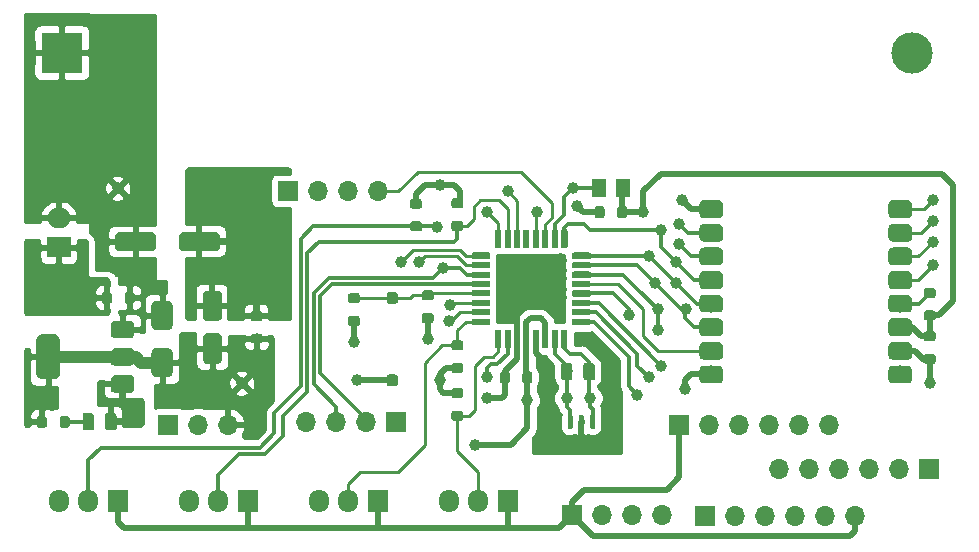
<source format=gbr>
G04 #@! TF.GenerationSoftware,KiCad,Pcbnew,6.0.0-unknown*
G04 #@! TF.CreationDate,2019-06-26T08:34:24-07:00*
G04 #@! TF.ProjectId,IOT-LORA,494f542d-4c4f-4524-912e-6b696361645f,rev?*
G04 #@! TF.SameCoordinates,Original*
G04 #@! TF.FileFunction,Copper,L1,Top*
G04 #@! TF.FilePolarity,Positive*
%FSLAX46Y46*%
G04 Gerber Fmt 4.6, Leading zero omitted, Abs format (unit mm)*
G04 Created by KiCad (PCBNEW 6.0.0-unknown) date 2019-06-26 08:34:24*
%MOMM*%
%LPD*%
G04 APERTURE LIST*
%ADD10O,1.700000X1.700000*%
%ADD11R,1.700000X1.700000*%
%ADD12C,0.250000*%
%ADD13C,0.845000*%
%ADD14C,1.500000*%
%ADD15C,2.000000*%
%ADD16O,1.700000X1.950000*%
%ADD17R,1.700000X1.950000*%
%ADD18O,2.000000X1.700000*%
%ADD19R,2.000000X1.700000*%
%ADD20C,1.000000*%
%ADD21C,0.970000*%
%ADD22C,1.800000*%
%ADD23C,1.600000*%
%ADD24R,1.145000X1.500000*%
%ADD25R,3.500000X3.500000*%
%ADD26C,3.500000*%
%ADD27R,1.600000X0.550000*%
%ADD28C,0.550000*%
%ADD29R,0.550000X1.600000*%
%ADD30C,0.400000*%
%ADD31C,0.300000*%
%ADD32C,0.500000*%
%ADD33C,1.000000*%
%ADD34C,0.254000*%
G04 APERTURE END LIST*
D10*
X128580000Y-117000000D03*
X126040000Y-117000000D03*
D11*
X123500000Y-117000000D03*
D12*
G36*
X152302908Y-112520920D02*
G01*
X152376412Y-112579538D01*
X152417204Y-112664242D01*
X152422500Y-112711250D01*
X152422500Y-113288750D01*
X152401580Y-113380408D01*
X152342962Y-113453912D01*
X152258258Y-113494704D01*
X152211250Y-113500000D01*
X151788750Y-113500000D01*
X151697092Y-113479080D01*
X151623588Y-113420462D01*
X151582796Y-113335758D01*
X151577500Y-113288750D01*
X151577500Y-112711250D01*
X151598420Y-112619592D01*
X151657038Y-112546088D01*
X151741742Y-112505296D01*
X151788750Y-112500000D01*
X152211250Y-112500000D01*
X152302908Y-112520920D01*
X152302908Y-112520920D01*
G37*
D13*
X152000000Y-113000000D03*
D12*
G36*
X154227908Y-112520920D02*
G01*
X154301412Y-112579538D01*
X154342204Y-112664242D01*
X154347500Y-112711250D01*
X154347500Y-113288750D01*
X154326580Y-113380408D01*
X154267962Y-113453912D01*
X154183258Y-113494704D01*
X154136250Y-113500000D01*
X153713750Y-113500000D01*
X153622092Y-113479080D01*
X153548588Y-113420462D01*
X153507796Y-113335758D01*
X153502500Y-113288750D01*
X153502500Y-112711250D01*
X153523420Y-112619592D01*
X153582038Y-112546088D01*
X153666742Y-112505296D01*
X153713750Y-112500000D01*
X154136250Y-112500000D01*
X154227908Y-112520920D01*
X154227908Y-112520920D01*
G37*
D13*
X153925000Y-113000000D03*
D12*
G36*
X148380408Y-115848420D02*
G01*
X148453912Y-115907038D01*
X148494704Y-115991742D01*
X148500000Y-116038750D01*
X148500000Y-116461250D01*
X148479080Y-116552908D01*
X148420462Y-116626412D01*
X148335758Y-116667204D01*
X148288750Y-116672500D01*
X147711250Y-116672500D01*
X147619592Y-116651580D01*
X147546088Y-116592962D01*
X147505296Y-116508258D01*
X147500000Y-116461250D01*
X147500000Y-116038750D01*
X147520920Y-115947092D01*
X147579538Y-115873588D01*
X147664242Y-115832796D01*
X147711250Y-115827500D01*
X148288750Y-115827500D01*
X148380408Y-115848420D01*
X148380408Y-115848420D01*
G37*
D13*
X148000000Y-116250000D03*
D12*
G36*
X148380408Y-113923420D02*
G01*
X148453912Y-113982038D01*
X148494704Y-114066742D01*
X148500000Y-114113750D01*
X148500000Y-114536250D01*
X148479080Y-114627908D01*
X148420462Y-114701412D01*
X148335758Y-114742204D01*
X148288750Y-114747500D01*
X147711250Y-114747500D01*
X147619592Y-114726580D01*
X147546088Y-114667962D01*
X147505296Y-114583258D01*
X147500000Y-114536250D01*
X147500000Y-114113750D01*
X147520920Y-114022092D01*
X147579538Y-113948588D01*
X147664242Y-113907796D01*
X147711250Y-113902500D01*
X148288750Y-113902500D01*
X148380408Y-113923420D01*
X148380408Y-113923420D01*
G37*
D13*
X148000000Y-114325000D03*
D12*
G36*
X120396762Y-112820319D02*
G01*
X120505330Y-112879072D01*
X120588937Y-112969894D01*
X120638525Y-113082943D01*
X120650000Y-113175000D01*
X120650000Y-113925000D01*
X120629681Y-114046762D01*
X120570928Y-114155330D01*
X120480106Y-114238937D01*
X120367057Y-114288525D01*
X120275000Y-114300000D01*
X119025000Y-114300000D01*
X118903238Y-114279681D01*
X118794670Y-114220928D01*
X118711063Y-114130106D01*
X118661475Y-114017057D01*
X118650000Y-113925000D01*
X118650000Y-113175000D01*
X118670319Y-113053238D01*
X118729072Y-112944670D01*
X118819894Y-112861063D01*
X118932943Y-112811475D01*
X119025000Y-112800000D01*
X120275000Y-112800000D01*
X120396762Y-112820319D01*
X120396762Y-112820319D01*
G37*
D14*
X119650000Y-113550000D03*
D12*
G36*
X120396762Y-108220319D02*
G01*
X120505330Y-108279072D01*
X120588937Y-108369894D01*
X120638525Y-108482943D01*
X120650000Y-108575000D01*
X120650000Y-109325000D01*
X120629681Y-109446762D01*
X120570928Y-109555330D01*
X120480106Y-109638937D01*
X120367057Y-109688525D01*
X120275000Y-109700000D01*
X119025000Y-109700000D01*
X118903238Y-109679681D01*
X118794670Y-109620928D01*
X118711063Y-109530106D01*
X118661475Y-109417057D01*
X118650000Y-109325000D01*
X118650000Y-108575000D01*
X118670319Y-108453238D01*
X118729072Y-108344670D01*
X118819894Y-108261063D01*
X118932943Y-108211475D01*
X119025000Y-108200000D01*
X120275000Y-108200000D01*
X120396762Y-108220319D01*
X120396762Y-108220319D01*
G37*
D14*
X119650000Y-108950000D03*
D12*
G36*
X120396762Y-110520319D02*
G01*
X120505330Y-110579072D01*
X120588937Y-110669894D01*
X120638525Y-110782943D01*
X120650000Y-110875000D01*
X120650000Y-111625000D01*
X120629681Y-111746762D01*
X120570928Y-111855330D01*
X120480106Y-111938937D01*
X120367057Y-111988525D01*
X120275000Y-112000000D01*
X119025000Y-112000000D01*
X118903238Y-111979681D01*
X118794670Y-111920928D01*
X118711063Y-111830106D01*
X118661475Y-111717057D01*
X118650000Y-111625000D01*
X118650000Y-110875000D01*
X118670319Y-110753238D01*
X118729072Y-110644670D01*
X118819894Y-110561063D01*
X118932943Y-110511475D01*
X119025000Y-110500000D01*
X120275000Y-110500000D01*
X120396762Y-110520319D01*
X120396762Y-110520319D01*
G37*
D14*
X119650000Y-111250000D03*
D12*
G36*
X113990866Y-109370254D02*
G01*
X114120320Y-109429373D01*
X114227875Y-109522570D01*
X114304816Y-109642292D01*
X114350000Y-109850000D01*
X114350000Y-112650000D01*
X114329746Y-112790866D01*
X114270627Y-112920320D01*
X114177430Y-113027875D01*
X114057708Y-113104816D01*
X113850000Y-113150000D01*
X112850000Y-113150000D01*
X112709134Y-113129746D01*
X112579680Y-113070627D01*
X112472125Y-112977430D01*
X112395184Y-112857708D01*
X112350000Y-112650000D01*
X112350000Y-109850000D01*
X112370254Y-109709134D01*
X112429373Y-109579680D01*
X112522570Y-109472125D01*
X112642292Y-109395184D01*
X112850000Y-109350000D01*
X113850000Y-109350000D01*
X113990866Y-109370254D01*
X113990866Y-109370254D01*
G37*
D15*
X113350000Y-111250000D03*
D10*
X141290000Y-97250000D03*
X138750000Y-97250000D03*
X136210000Y-97250000D03*
D11*
X133670000Y-97250000D03*
D16*
X114250000Y-123500000D03*
X116750000Y-123500000D03*
D17*
X119250000Y-123500000D03*
D16*
X125250000Y-123500000D03*
X127750000Y-123500000D03*
D17*
X130250000Y-123500000D03*
D16*
X136250000Y-123500000D03*
X138750000Y-123500000D03*
D17*
X141250000Y-123500000D03*
D16*
X147250000Y-123500000D03*
X149750000Y-123500000D03*
D17*
X152250000Y-123500000D03*
D18*
X114250000Y-99500000D03*
D19*
X114250000Y-102000000D03*
D20*
X154750000Y-99000000D03*
X164750000Y-105000000D03*
X164250000Y-102750000D03*
X165250000Y-100500000D03*
X165000000Y-107250000D03*
X157750000Y-97000000D03*
X129750000Y-113500000D03*
X162500000Y-107750000D03*
X159250000Y-114750000D03*
D10*
X165350000Y-124650000D03*
X162810000Y-124650000D03*
X160270000Y-124650000D03*
D11*
X157730000Y-124650000D03*
D10*
X135210000Y-116750000D03*
X137750000Y-116750000D03*
X140290000Y-116750000D03*
D11*
X142830000Y-116750000D03*
D10*
X179500000Y-117000000D03*
X176960000Y-117000000D03*
X174420000Y-117000000D03*
X171880000Y-117000000D03*
X169340000Y-117000000D03*
D11*
X166800000Y-117000000D03*
D12*
G36*
X117091134Y-116020965D02*
G01*
X117172713Y-116080236D01*
X117223131Y-116167563D01*
X117235000Y-116242500D01*
X117235000Y-117257500D01*
X117214035Y-117356134D01*
X117154764Y-117437713D01*
X117067437Y-117488131D01*
X116992500Y-117500000D01*
X116507500Y-117500000D01*
X116408866Y-117479035D01*
X116327287Y-117419764D01*
X116276869Y-117332437D01*
X116265000Y-117257500D01*
X116265000Y-116242500D01*
X116285965Y-116143866D01*
X116345236Y-116062287D01*
X116432563Y-116011869D01*
X116507500Y-116000000D01*
X116992500Y-116000000D01*
X117091134Y-116020965D01*
X117091134Y-116020965D01*
G37*
D21*
X116750000Y-116750000D03*
D12*
G36*
X119001134Y-116020965D02*
G01*
X119082713Y-116080236D01*
X119133131Y-116167563D01*
X119145000Y-116242500D01*
X119145000Y-117257500D01*
X119124035Y-117356134D01*
X119064764Y-117437713D01*
X118977437Y-117488131D01*
X118902500Y-117500000D01*
X118417500Y-117500000D01*
X118318866Y-117479035D01*
X118237287Y-117419764D01*
X118186869Y-117332437D01*
X118175000Y-117257500D01*
X118175000Y-116242500D01*
X118195965Y-116143866D01*
X118255236Y-116062287D01*
X118342563Y-116011869D01*
X118417500Y-116000000D01*
X118902500Y-116000000D01*
X119001134Y-116020965D01*
X119001134Y-116020965D01*
G37*
D21*
X118660000Y-116750000D03*
D12*
G36*
X123582640Y-110519992D02*
G01*
X123703494Y-110578193D01*
X123801824Y-110669430D01*
X123868893Y-110785597D01*
X123900000Y-110950000D01*
X123900000Y-112550000D01*
X123880008Y-112682640D01*
X123821807Y-112803494D01*
X123730570Y-112901824D01*
X123614403Y-112968893D01*
X123450000Y-113000000D01*
X122550000Y-113000000D01*
X122417360Y-112980008D01*
X122296506Y-112921807D01*
X122198176Y-112830570D01*
X122131107Y-112714403D01*
X122100000Y-112550000D01*
X122100000Y-110950000D01*
X122119992Y-110817360D01*
X122178193Y-110696506D01*
X122269430Y-110598176D01*
X122385597Y-110531107D01*
X122550000Y-110500000D01*
X123450000Y-110500000D01*
X123582640Y-110519992D01*
X123582640Y-110519992D01*
G37*
D22*
X123000000Y-111750000D03*
D12*
G36*
X123582640Y-106519992D02*
G01*
X123703494Y-106578193D01*
X123801824Y-106669430D01*
X123868893Y-106785597D01*
X123900000Y-106950000D01*
X123900000Y-108550000D01*
X123880008Y-108682640D01*
X123821807Y-108803494D01*
X123730570Y-108901824D01*
X123614403Y-108968893D01*
X123450000Y-109000000D01*
X122550000Y-109000000D01*
X122417360Y-108980008D01*
X122296506Y-108921807D01*
X122198176Y-108830570D01*
X122131107Y-108714403D01*
X122100000Y-108550000D01*
X122100000Y-106950000D01*
X122119992Y-106817360D01*
X122178193Y-106696506D01*
X122269430Y-106598176D01*
X122385597Y-106531107D01*
X122550000Y-106500000D01*
X123450000Y-106500000D01*
X123582640Y-106519992D01*
X123582640Y-106519992D01*
G37*
D22*
X123000000Y-107750000D03*
D12*
G36*
X118627908Y-105770920D02*
G01*
X118701412Y-105829538D01*
X118742204Y-105914242D01*
X118747500Y-105961250D01*
X118747500Y-106538750D01*
X118726580Y-106630408D01*
X118667962Y-106703912D01*
X118583258Y-106744704D01*
X118536250Y-106750000D01*
X118113750Y-106750000D01*
X118022092Y-106729080D01*
X117948588Y-106670462D01*
X117907796Y-106585758D01*
X117902500Y-106538750D01*
X117902500Y-105961250D01*
X117923420Y-105869592D01*
X117982038Y-105796088D01*
X118066742Y-105755296D01*
X118113750Y-105750000D01*
X118536250Y-105750000D01*
X118627908Y-105770920D01*
X118627908Y-105770920D01*
G37*
D13*
X118325000Y-106250000D03*
D12*
G36*
X120552908Y-105770920D02*
G01*
X120626412Y-105829538D01*
X120667204Y-105914242D01*
X120672500Y-105961250D01*
X120672500Y-106538750D01*
X120651580Y-106630408D01*
X120592962Y-106703912D01*
X120508258Y-106744704D01*
X120461250Y-106750000D01*
X120038750Y-106750000D01*
X119947092Y-106729080D01*
X119873588Y-106670462D01*
X119832796Y-106585758D01*
X119827500Y-106538750D01*
X119827500Y-105961250D01*
X119848420Y-105869592D01*
X119907038Y-105796088D01*
X119991742Y-105755296D01*
X120038750Y-105750000D01*
X120461250Y-105750000D01*
X120552908Y-105770920D01*
X120552908Y-105770920D01*
G37*
D13*
X120250000Y-106250000D03*
D10*
X175210000Y-120750000D03*
X177750000Y-120750000D03*
X180290000Y-120750000D03*
X182830000Y-120750000D03*
X185370000Y-120750000D03*
D11*
X187910000Y-120750000D03*
D10*
X181700000Y-124750000D03*
X179160000Y-124750000D03*
X176620000Y-124750000D03*
X174080000Y-124750000D03*
X171540000Y-124750000D03*
D11*
X169000000Y-124750000D03*
D12*
G36*
X159501134Y-111770965D02*
G01*
X159582713Y-111830236D01*
X159633131Y-111917563D01*
X159645000Y-111992500D01*
X159645000Y-113007500D01*
X159624035Y-113106134D01*
X159564764Y-113187713D01*
X159477437Y-113238131D01*
X159402500Y-113250000D01*
X158917500Y-113250000D01*
X158818866Y-113229035D01*
X158737287Y-113169764D01*
X158686869Y-113082437D01*
X158675000Y-113007500D01*
X158675000Y-111992500D01*
X158695965Y-111893866D01*
X158755236Y-111812287D01*
X158842563Y-111761869D01*
X158917500Y-111750000D01*
X159402500Y-111750000D01*
X159501134Y-111770965D01*
X159501134Y-111770965D01*
G37*
D21*
X159160000Y-112500000D03*
D12*
G36*
X157591134Y-111770965D02*
G01*
X157672713Y-111830236D01*
X157723131Y-111917563D01*
X157735000Y-111992500D01*
X157735000Y-113007500D01*
X157714035Y-113106134D01*
X157654764Y-113187713D01*
X157567437Y-113238131D01*
X157492500Y-113250000D01*
X157007500Y-113250000D01*
X156908866Y-113229035D01*
X156827287Y-113169764D01*
X156776869Y-113082437D01*
X156765000Y-113007500D01*
X156765000Y-111992500D01*
X156785965Y-111893866D01*
X156845236Y-111812287D01*
X156932563Y-111761869D01*
X157007500Y-111750000D01*
X157492500Y-111750000D01*
X157591134Y-111770965D01*
X157591134Y-111770965D01*
G37*
D21*
X157250000Y-112500000D03*
D12*
G36*
X127773607Y-105669577D02*
G01*
X127885114Y-105726393D01*
X127973607Y-105814886D01*
X128030423Y-105926393D01*
X128050000Y-106050000D01*
X128050000Y-107850000D01*
X128030423Y-107973607D01*
X127973607Y-108085114D01*
X127885114Y-108173607D01*
X127773607Y-108230423D01*
X127650000Y-108250000D01*
X126850000Y-108250000D01*
X126726393Y-108230423D01*
X126614886Y-108173607D01*
X126526393Y-108085114D01*
X126469577Y-107973607D01*
X126450000Y-107850000D01*
X126450000Y-106050000D01*
X126469577Y-105926393D01*
X126526393Y-105814886D01*
X126614886Y-105726393D01*
X126726393Y-105669577D01*
X126850000Y-105650000D01*
X127650000Y-105650000D01*
X127773607Y-105669577D01*
X127773607Y-105669577D01*
G37*
D23*
X127250000Y-106950000D03*
D12*
G36*
X127773607Y-109269577D02*
G01*
X127885114Y-109326393D01*
X127973607Y-109414886D01*
X128030423Y-109526393D01*
X128050000Y-109650000D01*
X128050000Y-111450000D01*
X128030423Y-111573607D01*
X127973607Y-111685114D01*
X127885114Y-111773607D01*
X127773607Y-111830423D01*
X127650000Y-111850000D01*
X126850000Y-111850000D01*
X126726393Y-111830423D01*
X126614886Y-111773607D01*
X126526393Y-111685114D01*
X126469577Y-111573607D01*
X126450000Y-111450000D01*
X126450000Y-109650000D01*
X126469577Y-109526393D01*
X126526393Y-109414886D01*
X126614886Y-109326393D01*
X126726393Y-109269577D01*
X126850000Y-109250000D01*
X127650000Y-109250000D01*
X127773607Y-109269577D01*
X127773607Y-109269577D01*
G37*
D23*
X127250000Y-110550000D03*
D12*
G36*
X186246762Y-112020319D02*
G01*
X186355330Y-112079072D01*
X186438937Y-112169894D01*
X186488525Y-112282943D01*
X186500000Y-112375000D01*
X186500000Y-113125000D01*
X186479681Y-113246762D01*
X186420928Y-113355330D01*
X186330106Y-113438937D01*
X186217057Y-113488525D01*
X186125000Y-113500000D01*
X184875000Y-113500000D01*
X184753238Y-113479681D01*
X184644670Y-113420928D01*
X184561063Y-113330106D01*
X184511475Y-113217057D01*
X184500000Y-113125000D01*
X184500000Y-112375000D01*
X184520319Y-112253238D01*
X184579072Y-112144670D01*
X184669894Y-112061063D01*
X184782943Y-112011475D01*
X184875000Y-112000000D01*
X186125000Y-112000000D01*
X186246762Y-112020319D01*
X186246762Y-112020319D01*
G37*
D14*
X185500000Y-112750000D03*
D12*
G36*
X186246762Y-110020319D02*
G01*
X186355330Y-110079072D01*
X186438937Y-110169894D01*
X186488525Y-110282943D01*
X186500000Y-110375000D01*
X186500000Y-111125000D01*
X186479681Y-111246762D01*
X186420928Y-111355330D01*
X186330106Y-111438937D01*
X186217057Y-111488525D01*
X186125000Y-111500000D01*
X184875000Y-111500000D01*
X184753238Y-111479681D01*
X184644670Y-111420928D01*
X184561063Y-111330106D01*
X184511475Y-111217057D01*
X184500000Y-111125000D01*
X184500000Y-110375000D01*
X184520319Y-110253238D01*
X184579072Y-110144670D01*
X184669894Y-110061063D01*
X184782943Y-110011475D01*
X184875000Y-110000000D01*
X186125000Y-110000000D01*
X186246762Y-110020319D01*
X186246762Y-110020319D01*
G37*
D14*
X185500000Y-110750000D03*
D12*
G36*
X186246762Y-108020319D02*
G01*
X186355330Y-108079072D01*
X186438937Y-108169894D01*
X186488525Y-108282943D01*
X186500000Y-108375000D01*
X186500000Y-109125000D01*
X186479681Y-109246762D01*
X186420928Y-109355330D01*
X186330106Y-109438937D01*
X186217057Y-109488525D01*
X186125000Y-109500000D01*
X184875000Y-109500000D01*
X184753238Y-109479681D01*
X184644670Y-109420928D01*
X184561063Y-109330106D01*
X184511475Y-109217057D01*
X184500000Y-109125000D01*
X184500000Y-108375000D01*
X184520319Y-108253238D01*
X184579072Y-108144670D01*
X184669894Y-108061063D01*
X184782943Y-108011475D01*
X184875000Y-108000000D01*
X186125000Y-108000000D01*
X186246762Y-108020319D01*
X186246762Y-108020319D01*
G37*
D14*
X185500000Y-108750000D03*
D12*
G36*
X186246762Y-106020319D02*
G01*
X186355330Y-106079072D01*
X186438937Y-106169894D01*
X186488525Y-106282943D01*
X186500000Y-106375000D01*
X186500000Y-107125000D01*
X186479681Y-107246762D01*
X186420928Y-107355330D01*
X186330106Y-107438937D01*
X186217057Y-107488525D01*
X186125000Y-107500000D01*
X184875000Y-107500000D01*
X184753238Y-107479681D01*
X184644670Y-107420928D01*
X184561063Y-107330106D01*
X184511475Y-107217057D01*
X184500000Y-107125000D01*
X184500000Y-106375000D01*
X184520319Y-106253238D01*
X184579072Y-106144670D01*
X184669894Y-106061063D01*
X184782943Y-106011475D01*
X184875000Y-106000000D01*
X186125000Y-106000000D01*
X186246762Y-106020319D01*
X186246762Y-106020319D01*
G37*
D14*
X185500000Y-106750000D03*
D12*
G36*
X186246762Y-104020319D02*
G01*
X186355330Y-104079072D01*
X186438937Y-104169894D01*
X186488525Y-104282943D01*
X186500000Y-104375000D01*
X186500000Y-105125000D01*
X186479681Y-105246762D01*
X186420928Y-105355330D01*
X186330106Y-105438937D01*
X186217057Y-105488525D01*
X186125000Y-105500000D01*
X184875000Y-105500000D01*
X184753238Y-105479681D01*
X184644670Y-105420928D01*
X184561063Y-105330106D01*
X184511475Y-105217057D01*
X184500000Y-105125000D01*
X184500000Y-104375000D01*
X184520319Y-104253238D01*
X184579072Y-104144670D01*
X184669894Y-104061063D01*
X184782943Y-104011475D01*
X184875000Y-104000000D01*
X186125000Y-104000000D01*
X186246762Y-104020319D01*
X186246762Y-104020319D01*
G37*
D14*
X185500000Y-104750000D03*
D12*
G36*
X186246762Y-102020319D02*
G01*
X186355330Y-102079072D01*
X186438937Y-102169894D01*
X186488525Y-102282943D01*
X186500000Y-102375000D01*
X186500000Y-103125000D01*
X186479681Y-103246762D01*
X186420928Y-103355330D01*
X186330106Y-103438937D01*
X186217057Y-103488525D01*
X186125000Y-103500000D01*
X184875000Y-103500000D01*
X184753238Y-103479681D01*
X184644670Y-103420928D01*
X184561063Y-103330106D01*
X184511475Y-103217057D01*
X184500000Y-103125000D01*
X184500000Y-102375000D01*
X184520319Y-102253238D01*
X184579072Y-102144670D01*
X184669894Y-102061063D01*
X184782943Y-102011475D01*
X184875000Y-102000000D01*
X186125000Y-102000000D01*
X186246762Y-102020319D01*
X186246762Y-102020319D01*
G37*
D14*
X185500000Y-102750000D03*
D12*
G36*
X186246762Y-100020319D02*
G01*
X186355330Y-100079072D01*
X186438937Y-100169894D01*
X186488525Y-100282943D01*
X186500000Y-100375000D01*
X186500000Y-101125000D01*
X186479681Y-101246762D01*
X186420928Y-101355330D01*
X186330106Y-101438937D01*
X186217057Y-101488525D01*
X186125000Y-101500000D01*
X184875000Y-101500000D01*
X184753238Y-101479681D01*
X184644670Y-101420928D01*
X184561063Y-101330106D01*
X184511475Y-101217057D01*
X184500000Y-101125000D01*
X184500000Y-100375000D01*
X184520319Y-100253238D01*
X184579072Y-100144670D01*
X184669894Y-100061063D01*
X184782943Y-100011475D01*
X184875000Y-100000000D01*
X186125000Y-100000000D01*
X186246762Y-100020319D01*
X186246762Y-100020319D01*
G37*
D14*
X185500000Y-100750000D03*
D12*
G36*
X186246762Y-98020319D02*
G01*
X186355330Y-98079072D01*
X186438937Y-98169894D01*
X186488525Y-98282943D01*
X186500000Y-98375000D01*
X186500000Y-99125000D01*
X186479681Y-99246762D01*
X186420928Y-99355330D01*
X186330106Y-99438937D01*
X186217057Y-99488525D01*
X186125000Y-99500000D01*
X184875000Y-99500000D01*
X184753238Y-99479681D01*
X184644670Y-99420928D01*
X184561063Y-99330106D01*
X184511475Y-99217057D01*
X184500000Y-99125000D01*
X184500000Y-98375000D01*
X184520319Y-98253238D01*
X184579072Y-98144670D01*
X184669894Y-98061063D01*
X184782943Y-98011475D01*
X184875000Y-98000000D01*
X186125000Y-98000000D01*
X186246762Y-98020319D01*
X186246762Y-98020319D01*
G37*
D14*
X185500000Y-98750000D03*
D12*
G36*
X170246762Y-98020319D02*
G01*
X170355330Y-98079072D01*
X170438937Y-98169894D01*
X170488525Y-98282943D01*
X170500000Y-98375000D01*
X170500000Y-99125000D01*
X170479681Y-99246762D01*
X170420928Y-99355330D01*
X170330106Y-99438937D01*
X170217057Y-99488525D01*
X170125000Y-99500000D01*
X168875000Y-99500000D01*
X168753238Y-99479681D01*
X168644670Y-99420928D01*
X168561063Y-99330106D01*
X168511475Y-99217057D01*
X168500000Y-99125000D01*
X168500000Y-98375000D01*
X168520319Y-98253238D01*
X168579072Y-98144670D01*
X168669894Y-98061063D01*
X168782943Y-98011475D01*
X168875000Y-98000000D01*
X170125000Y-98000000D01*
X170246762Y-98020319D01*
X170246762Y-98020319D01*
G37*
D14*
X169500000Y-98750000D03*
D12*
G36*
X170246762Y-100020319D02*
G01*
X170355330Y-100079072D01*
X170438937Y-100169894D01*
X170488525Y-100282943D01*
X170500000Y-100375000D01*
X170500000Y-101125000D01*
X170479681Y-101246762D01*
X170420928Y-101355330D01*
X170330106Y-101438937D01*
X170217057Y-101488525D01*
X170125000Y-101500000D01*
X168875000Y-101500000D01*
X168753238Y-101479681D01*
X168644670Y-101420928D01*
X168561063Y-101330106D01*
X168511475Y-101217057D01*
X168500000Y-101125000D01*
X168500000Y-100375000D01*
X168520319Y-100253238D01*
X168579072Y-100144670D01*
X168669894Y-100061063D01*
X168782943Y-100011475D01*
X168875000Y-100000000D01*
X170125000Y-100000000D01*
X170246762Y-100020319D01*
X170246762Y-100020319D01*
G37*
D14*
X169500000Y-100750000D03*
D12*
G36*
X170246762Y-102020319D02*
G01*
X170355330Y-102079072D01*
X170438937Y-102169894D01*
X170488525Y-102282943D01*
X170500000Y-102375000D01*
X170500000Y-103125000D01*
X170479681Y-103246762D01*
X170420928Y-103355330D01*
X170330106Y-103438937D01*
X170217057Y-103488525D01*
X170125000Y-103500000D01*
X168875000Y-103500000D01*
X168753238Y-103479681D01*
X168644670Y-103420928D01*
X168561063Y-103330106D01*
X168511475Y-103217057D01*
X168500000Y-103125000D01*
X168500000Y-102375000D01*
X168520319Y-102253238D01*
X168579072Y-102144670D01*
X168669894Y-102061063D01*
X168782943Y-102011475D01*
X168875000Y-102000000D01*
X170125000Y-102000000D01*
X170246762Y-102020319D01*
X170246762Y-102020319D01*
G37*
D14*
X169500000Y-102750000D03*
D12*
G36*
X170246762Y-104020319D02*
G01*
X170355330Y-104079072D01*
X170438937Y-104169894D01*
X170488525Y-104282943D01*
X170500000Y-104375000D01*
X170500000Y-105125000D01*
X170479681Y-105246762D01*
X170420928Y-105355330D01*
X170330106Y-105438937D01*
X170217057Y-105488525D01*
X170125000Y-105500000D01*
X168875000Y-105500000D01*
X168753238Y-105479681D01*
X168644670Y-105420928D01*
X168561063Y-105330106D01*
X168511475Y-105217057D01*
X168500000Y-105125000D01*
X168500000Y-104375000D01*
X168520319Y-104253238D01*
X168579072Y-104144670D01*
X168669894Y-104061063D01*
X168782943Y-104011475D01*
X168875000Y-104000000D01*
X170125000Y-104000000D01*
X170246762Y-104020319D01*
X170246762Y-104020319D01*
G37*
D14*
X169500000Y-104750000D03*
D12*
G36*
X170246762Y-106020319D02*
G01*
X170355330Y-106079072D01*
X170438937Y-106169894D01*
X170488525Y-106282943D01*
X170500000Y-106375000D01*
X170500000Y-107125000D01*
X170479681Y-107246762D01*
X170420928Y-107355330D01*
X170330106Y-107438937D01*
X170217057Y-107488525D01*
X170125000Y-107500000D01*
X168875000Y-107500000D01*
X168753238Y-107479681D01*
X168644670Y-107420928D01*
X168561063Y-107330106D01*
X168511475Y-107217057D01*
X168500000Y-107125000D01*
X168500000Y-106375000D01*
X168520319Y-106253238D01*
X168579072Y-106144670D01*
X168669894Y-106061063D01*
X168782943Y-106011475D01*
X168875000Y-106000000D01*
X170125000Y-106000000D01*
X170246762Y-106020319D01*
X170246762Y-106020319D01*
G37*
D14*
X169500000Y-106750000D03*
D12*
G36*
X170246762Y-108020319D02*
G01*
X170355330Y-108079072D01*
X170438937Y-108169894D01*
X170488525Y-108282943D01*
X170500000Y-108375000D01*
X170500000Y-109125000D01*
X170479681Y-109246762D01*
X170420928Y-109355330D01*
X170330106Y-109438937D01*
X170217057Y-109488525D01*
X170125000Y-109500000D01*
X168875000Y-109500000D01*
X168753238Y-109479681D01*
X168644670Y-109420928D01*
X168561063Y-109330106D01*
X168511475Y-109217057D01*
X168500000Y-109125000D01*
X168500000Y-108375000D01*
X168520319Y-108253238D01*
X168579072Y-108144670D01*
X168669894Y-108061063D01*
X168782943Y-108011475D01*
X168875000Y-108000000D01*
X170125000Y-108000000D01*
X170246762Y-108020319D01*
X170246762Y-108020319D01*
G37*
D14*
X169500000Y-108750000D03*
D12*
G36*
X170246762Y-110020319D02*
G01*
X170355330Y-110079072D01*
X170438937Y-110169894D01*
X170488525Y-110282943D01*
X170500000Y-110375000D01*
X170500000Y-111125000D01*
X170479681Y-111246762D01*
X170420928Y-111355330D01*
X170330106Y-111438937D01*
X170217057Y-111488525D01*
X170125000Y-111500000D01*
X168875000Y-111500000D01*
X168753238Y-111479681D01*
X168644670Y-111420928D01*
X168561063Y-111330106D01*
X168511475Y-111217057D01*
X168500000Y-111125000D01*
X168500000Y-110375000D01*
X168520319Y-110253238D01*
X168579072Y-110144670D01*
X168669894Y-110061063D01*
X168782943Y-110011475D01*
X168875000Y-110000000D01*
X170125000Y-110000000D01*
X170246762Y-110020319D01*
X170246762Y-110020319D01*
G37*
D14*
X169500000Y-110750000D03*
D12*
G36*
X170246762Y-112020319D02*
G01*
X170355330Y-112079072D01*
X170438937Y-112169894D01*
X170488525Y-112282943D01*
X170500000Y-112375000D01*
X170500000Y-113125000D01*
X170479681Y-113246762D01*
X170420928Y-113355330D01*
X170330106Y-113438937D01*
X170217057Y-113488525D01*
X170125000Y-113500000D01*
X168875000Y-113500000D01*
X168753238Y-113479681D01*
X168644670Y-113420928D01*
X168561063Y-113330106D01*
X168511475Y-113217057D01*
X168500000Y-113125000D01*
X168500000Y-112375000D01*
X168520319Y-112253238D01*
X168579072Y-112144670D01*
X168669894Y-112061063D01*
X168782943Y-112011475D01*
X168875000Y-112000000D01*
X170125000Y-112000000D01*
X170246762Y-112020319D01*
X170246762Y-112020319D01*
G37*
D14*
X169500000Y-112750000D03*
D12*
G36*
X145880408Y-105635920D02*
G01*
X145953912Y-105694538D01*
X145994704Y-105779242D01*
X146000000Y-105826250D01*
X146000000Y-106248750D01*
X145979080Y-106340408D01*
X145920462Y-106413912D01*
X145835758Y-106454704D01*
X145788750Y-106460000D01*
X145211250Y-106460000D01*
X145119592Y-106439080D01*
X145046088Y-106380462D01*
X145005296Y-106295758D01*
X145000000Y-106248750D01*
X145000000Y-105826250D01*
X145020920Y-105734592D01*
X145079538Y-105661088D01*
X145164242Y-105620296D01*
X145211250Y-105615000D01*
X145788750Y-105615000D01*
X145880408Y-105635920D01*
X145880408Y-105635920D01*
G37*
D13*
X145500000Y-106037500D03*
D12*
G36*
X145880408Y-107560920D02*
G01*
X145953912Y-107619538D01*
X145994704Y-107704242D01*
X146000000Y-107751250D01*
X146000000Y-108173750D01*
X145979080Y-108265408D01*
X145920462Y-108338912D01*
X145835758Y-108379704D01*
X145788750Y-108385000D01*
X145211250Y-108385000D01*
X145119592Y-108364080D01*
X145046088Y-108305462D01*
X145005296Y-108220758D01*
X145000000Y-108173750D01*
X145000000Y-107751250D01*
X145020920Y-107659592D01*
X145079538Y-107586088D01*
X145164242Y-107545296D01*
X145211250Y-107540000D01*
X145788750Y-107540000D01*
X145880408Y-107560920D01*
X145880408Y-107560920D01*
G37*
D13*
X145500000Y-107962500D03*
D12*
G36*
X188380408Y-109098420D02*
G01*
X188453912Y-109157038D01*
X188494704Y-109241742D01*
X188500000Y-109288750D01*
X188500000Y-109711250D01*
X188479080Y-109802908D01*
X188420462Y-109876412D01*
X188335758Y-109917204D01*
X188288750Y-109922500D01*
X187711250Y-109922500D01*
X187619592Y-109901580D01*
X187546088Y-109842962D01*
X187505296Y-109758258D01*
X187500000Y-109711250D01*
X187500000Y-109288750D01*
X187520920Y-109197092D01*
X187579538Y-109123588D01*
X187664242Y-109082796D01*
X187711250Y-109077500D01*
X188288750Y-109077500D01*
X188380408Y-109098420D01*
X188380408Y-109098420D01*
G37*
D13*
X188000000Y-109500000D03*
D12*
G36*
X188380408Y-111023420D02*
G01*
X188453912Y-111082038D01*
X188494704Y-111166742D01*
X188500000Y-111213750D01*
X188500000Y-111636250D01*
X188479080Y-111727908D01*
X188420462Y-111801412D01*
X188335758Y-111842204D01*
X188288750Y-111847500D01*
X187711250Y-111847500D01*
X187619592Y-111826580D01*
X187546088Y-111767962D01*
X187505296Y-111683258D01*
X187500000Y-111636250D01*
X187500000Y-111213750D01*
X187520920Y-111122092D01*
X187579538Y-111048588D01*
X187664242Y-111007796D01*
X187711250Y-111002500D01*
X188288750Y-111002500D01*
X188380408Y-111023420D01*
X188380408Y-111023420D01*
G37*
D13*
X188000000Y-111425000D03*
D12*
G36*
X188380408Y-105423420D02*
G01*
X188453912Y-105482038D01*
X188494704Y-105566742D01*
X188500000Y-105613750D01*
X188500000Y-106036250D01*
X188479080Y-106127908D01*
X188420462Y-106201412D01*
X188335758Y-106242204D01*
X188288750Y-106247500D01*
X187711250Y-106247500D01*
X187619592Y-106226580D01*
X187546088Y-106167962D01*
X187505296Y-106083258D01*
X187500000Y-106036250D01*
X187500000Y-105613750D01*
X187520920Y-105522092D01*
X187579538Y-105448588D01*
X187664242Y-105407796D01*
X187711250Y-105402500D01*
X188288750Y-105402500D01*
X188380408Y-105423420D01*
X188380408Y-105423420D01*
G37*
D13*
X188000000Y-105825000D03*
D12*
G36*
X188380408Y-107348420D02*
G01*
X188453912Y-107407038D01*
X188494704Y-107491742D01*
X188500000Y-107538750D01*
X188500000Y-107961250D01*
X188479080Y-108052908D01*
X188420462Y-108126412D01*
X188335758Y-108167204D01*
X188288750Y-108172500D01*
X187711250Y-108172500D01*
X187619592Y-108151580D01*
X187546088Y-108092962D01*
X187505296Y-108008258D01*
X187500000Y-107961250D01*
X187500000Y-107538750D01*
X187520920Y-107447092D01*
X187579538Y-107373588D01*
X187664242Y-107332796D01*
X187711250Y-107327500D01*
X188288750Y-107327500D01*
X188380408Y-107348420D01*
X188380408Y-107348420D01*
G37*
D13*
X188000000Y-107750000D03*
D12*
G36*
X131380408Y-107385920D02*
G01*
X131453912Y-107444538D01*
X131494704Y-107529242D01*
X131500000Y-107576250D01*
X131500000Y-107998750D01*
X131479080Y-108090408D01*
X131420462Y-108163912D01*
X131335758Y-108204704D01*
X131288750Y-108210000D01*
X130711250Y-108210000D01*
X130619592Y-108189080D01*
X130546088Y-108130462D01*
X130505296Y-108045758D01*
X130500000Y-107998750D01*
X130500000Y-107576250D01*
X130520920Y-107484592D01*
X130579538Y-107411088D01*
X130664242Y-107370296D01*
X130711250Y-107365000D01*
X131288750Y-107365000D01*
X131380408Y-107385920D01*
X131380408Y-107385920D01*
G37*
D13*
X131000000Y-107787500D03*
D12*
G36*
X131380408Y-109310920D02*
G01*
X131453912Y-109369538D01*
X131494704Y-109454242D01*
X131500000Y-109501250D01*
X131500000Y-109923750D01*
X131479080Y-110015408D01*
X131420462Y-110088912D01*
X131335758Y-110129704D01*
X131288750Y-110135000D01*
X130711250Y-110135000D01*
X130619592Y-110114080D01*
X130546088Y-110055462D01*
X130505296Y-109970758D01*
X130500000Y-109923750D01*
X130500000Y-109501250D01*
X130520920Y-109409592D01*
X130579538Y-109336088D01*
X130664242Y-109295296D01*
X130711250Y-109290000D01*
X131288750Y-109290000D01*
X131380408Y-109310920D01*
X131380408Y-109310920D01*
G37*
D13*
X131000000Y-109712500D03*
D12*
G36*
X115052908Y-116270920D02*
G01*
X115126412Y-116329538D01*
X115167204Y-116414242D01*
X115172500Y-116461250D01*
X115172500Y-117038750D01*
X115151580Y-117130408D01*
X115092962Y-117203912D01*
X115008258Y-117244704D01*
X114961250Y-117250000D01*
X114538750Y-117250000D01*
X114447092Y-117229080D01*
X114373588Y-117170462D01*
X114332796Y-117085758D01*
X114327500Y-117038750D01*
X114327500Y-116461250D01*
X114348420Y-116369592D01*
X114407038Y-116296088D01*
X114491742Y-116255296D01*
X114538750Y-116250000D01*
X114961250Y-116250000D01*
X115052908Y-116270920D01*
X115052908Y-116270920D01*
G37*
D13*
X114750000Y-116750000D03*
D12*
G36*
X113127908Y-116270920D02*
G01*
X113201412Y-116329538D01*
X113242204Y-116414242D01*
X113247500Y-116461250D01*
X113247500Y-117038750D01*
X113226580Y-117130408D01*
X113167962Y-117203912D01*
X113083258Y-117244704D01*
X113036250Y-117250000D01*
X112613750Y-117250000D01*
X112522092Y-117229080D01*
X112448588Y-117170462D01*
X112407796Y-117085758D01*
X112402500Y-117038750D01*
X112402500Y-116461250D01*
X112423420Y-116369592D01*
X112482038Y-116296088D01*
X112566742Y-116255296D01*
X112613750Y-116250000D01*
X113036250Y-116250000D01*
X113127908Y-116270920D01*
X113127908Y-116270920D01*
G37*
D13*
X112825000Y-116750000D03*
D24*
X162042500Y-97000000D03*
X159957500Y-97000000D03*
D12*
G36*
X162265408Y-98520920D02*
G01*
X162338912Y-98579538D01*
X162379704Y-98664242D01*
X162385000Y-98711250D01*
X162385000Y-99288750D01*
X162364080Y-99380408D01*
X162305462Y-99453912D01*
X162220758Y-99494704D01*
X162173750Y-99500000D01*
X161751250Y-99500000D01*
X161659592Y-99479080D01*
X161586088Y-99420462D01*
X161545296Y-99335758D01*
X161540000Y-99288750D01*
X161540000Y-98711250D01*
X161560920Y-98619592D01*
X161619538Y-98546088D01*
X161704242Y-98505296D01*
X161751250Y-98500000D01*
X162173750Y-98500000D01*
X162265408Y-98520920D01*
X162265408Y-98520920D01*
G37*
D13*
X161962500Y-99000000D03*
D12*
G36*
X160340408Y-98520920D02*
G01*
X160413912Y-98579538D01*
X160454704Y-98664242D01*
X160460000Y-98711250D01*
X160460000Y-99288750D01*
X160439080Y-99380408D01*
X160380462Y-99453912D01*
X160295758Y-99494704D01*
X160248750Y-99500000D01*
X159826250Y-99500000D01*
X159734592Y-99479080D01*
X159661088Y-99420462D01*
X159620296Y-99335758D01*
X159615000Y-99288750D01*
X159615000Y-98711250D01*
X159635920Y-98619592D01*
X159694538Y-98546088D01*
X159779242Y-98505296D01*
X159826250Y-98500000D01*
X160248750Y-98500000D01*
X160340408Y-98520920D01*
X160340408Y-98520920D01*
G37*
D13*
X160037500Y-99000000D03*
D12*
G36*
X148380408Y-99773420D02*
G01*
X148453912Y-99832038D01*
X148494704Y-99916742D01*
X148500000Y-99963750D01*
X148500000Y-100386250D01*
X148479080Y-100477908D01*
X148420462Y-100551412D01*
X148335758Y-100592204D01*
X148288750Y-100597500D01*
X147711250Y-100597500D01*
X147619592Y-100576580D01*
X147546088Y-100517962D01*
X147505296Y-100433258D01*
X147500000Y-100386250D01*
X147500000Y-99963750D01*
X147520920Y-99872092D01*
X147579538Y-99798588D01*
X147664242Y-99757796D01*
X147711250Y-99752500D01*
X148288750Y-99752500D01*
X148380408Y-99773420D01*
X148380408Y-99773420D01*
G37*
D13*
X148000000Y-100175000D03*
D12*
G36*
X148380408Y-97848420D02*
G01*
X148453912Y-97907038D01*
X148494704Y-97991742D01*
X148500000Y-98038750D01*
X148500000Y-98461250D01*
X148479080Y-98552908D01*
X148420462Y-98626412D01*
X148335758Y-98667204D01*
X148288750Y-98672500D01*
X147711250Y-98672500D01*
X147619592Y-98651580D01*
X147546088Y-98592962D01*
X147505296Y-98508258D01*
X147500000Y-98461250D01*
X147500000Y-98038750D01*
X147520920Y-97947092D01*
X147579538Y-97873588D01*
X147664242Y-97832796D01*
X147711250Y-97827500D01*
X148288750Y-97827500D01*
X148380408Y-97848420D01*
X148380408Y-97848420D01*
G37*
D13*
X148000000Y-98250000D03*
D12*
G36*
X144880408Y-99810920D02*
G01*
X144953912Y-99869538D01*
X144994704Y-99954242D01*
X145000000Y-100001250D01*
X145000000Y-100423750D01*
X144979080Y-100515408D01*
X144920462Y-100588912D01*
X144835758Y-100629704D01*
X144788750Y-100635000D01*
X144211250Y-100635000D01*
X144119592Y-100614080D01*
X144046088Y-100555462D01*
X144005296Y-100470758D01*
X144000000Y-100423750D01*
X144000000Y-100001250D01*
X144020920Y-99909592D01*
X144079538Y-99836088D01*
X144164242Y-99795296D01*
X144211250Y-99790000D01*
X144788750Y-99790000D01*
X144880408Y-99810920D01*
X144880408Y-99810920D01*
G37*
D13*
X144500000Y-100212500D03*
D12*
G36*
X144880408Y-97885920D02*
G01*
X144953912Y-97944538D01*
X144994704Y-98029242D01*
X145000000Y-98076250D01*
X145000000Y-98498750D01*
X144979080Y-98590408D01*
X144920462Y-98663912D01*
X144835758Y-98704704D01*
X144788750Y-98710000D01*
X144211250Y-98710000D01*
X144119592Y-98689080D01*
X144046088Y-98630462D01*
X144005296Y-98545758D01*
X144000000Y-98498750D01*
X144000000Y-98076250D01*
X144020920Y-97984592D01*
X144079538Y-97911088D01*
X144164242Y-97870296D01*
X144211250Y-97865000D01*
X144788750Y-97865000D01*
X144880408Y-97885920D01*
X144880408Y-97885920D01*
G37*
D13*
X144500000Y-98287500D03*
D12*
G36*
X139630408Y-105885920D02*
G01*
X139703912Y-105944538D01*
X139744704Y-106029242D01*
X139750000Y-106076250D01*
X139750000Y-106498750D01*
X139729080Y-106590408D01*
X139670462Y-106663912D01*
X139585758Y-106704704D01*
X139538750Y-106710000D01*
X138961250Y-106710000D01*
X138869592Y-106689080D01*
X138796088Y-106630462D01*
X138755296Y-106545758D01*
X138750000Y-106498750D01*
X138750000Y-106076250D01*
X138770920Y-105984592D01*
X138829538Y-105911088D01*
X138914242Y-105870296D01*
X138961250Y-105865000D01*
X139538750Y-105865000D01*
X139630408Y-105885920D01*
X139630408Y-105885920D01*
G37*
D13*
X139250000Y-106287500D03*
D12*
G36*
X139630408Y-107810920D02*
G01*
X139703912Y-107869538D01*
X139744704Y-107954242D01*
X139750000Y-108001250D01*
X139750000Y-108423750D01*
X139729080Y-108515408D01*
X139670462Y-108588912D01*
X139585758Y-108629704D01*
X139538750Y-108635000D01*
X138961250Y-108635000D01*
X138869592Y-108614080D01*
X138796088Y-108555462D01*
X138755296Y-108470758D01*
X138750000Y-108423750D01*
X138750000Y-108001250D01*
X138770920Y-107909592D01*
X138829538Y-107836088D01*
X138914242Y-107795296D01*
X138961250Y-107790000D01*
X139538750Y-107790000D01*
X139630408Y-107810920D01*
X139630408Y-107810920D01*
G37*
D13*
X139250000Y-108212500D03*
D12*
G36*
X148380408Y-109885920D02*
G01*
X148453912Y-109944538D01*
X148494704Y-110029242D01*
X148500000Y-110076250D01*
X148500000Y-110498750D01*
X148479080Y-110590408D01*
X148420462Y-110663912D01*
X148335758Y-110704704D01*
X148288750Y-110710000D01*
X147711250Y-110710000D01*
X147619592Y-110689080D01*
X147546088Y-110630462D01*
X147505296Y-110545758D01*
X147500000Y-110498750D01*
X147500000Y-110076250D01*
X147520920Y-109984592D01*
X147579538Y-109911088D01*
X147664242Y-109870296D01*
X147711250Y-109865000D01*
X148288750Y-109865000D01*
X148380408Y-109885920D01*
X148380408Y-109885920D01*
G37*
D13*
X148000000Y-110287500D03*
D12*
G36*
X148380408Y-111810920D02*
G01*
X148453912Y-111869538D01*
X148494704Y-111954242D01*
X148500000Y-112001250D01*
X148500000Y-112423750D01*
X148479080Y-112515408D01*
X148420462Y-112588912D01*
X148335758Y-112629704D01*
X148288750Y-112635000D01*
X147711250Y-112635000D01*
X147619592Y-112614080D01*
X147546088Y-112555462D01*
X147505296Y-112470758D01*
X147500000Y-112423750D01*
X147500000Y-112001250D01*
X147520920Y-111909592D01*
X147579538Y-111836088D01*
X147664242Y-111795296D01*
X147711250Y-111790000D01*
X148288750Y-111790000D01*
X148380408Y-111810920D01*
X148380408Y-111810920D01*
G37*
D13*
X148000000Y-112212500D03*
D25*
X114500000Y-85500000D03*
D26*
X186500000Y-85500000D03*
D12*
G36*
X127623607Y-100719577D02*
G01*
X127735114Y-100776393D01*
X127823607Y-100864886D01*
X127880423Y-100976393D01*
X127900000Y-101100000D01*
X127900000Y-101900000D01*
X127880423Y-102023607D01*
X127823607Y-102135114D01*
X127735114Y-102223607D01*
X127623607Y-102280423D01*
X127500000Y-102300000D01*
X124800000Y-102300000D01*
X124676393Y-102280423D01*
X124564886Y-102223607D01*
X124476393Y-102135114D01*
X124419577Y-102023607D01*
X124400000Y-101900000D01*
X124400000Y-101100000D01*
X124419577Y-100976393D01*
X124476393Y-100864886D01*
X124564886Y-100776393D01*
X124676393Y-100719577D01*
X124800000Y-100700000D01*
X127500000Y-100700000D01*
X127623607Y-100719577D01*
X127623607Y-100719577D01*
G37*
D23*
X126150000Y-101500000D03*
D12*
G36*
X122223607Y-100719577D02*
G01*
X122335114Y-100776393D01*
X122423607Y-100864886D01*
X122480423Y-100976393D01*
X122500000Y-101100000D01*
X122500000Y-101900000D01*
X122480423Y-102023607D01*
X122423607Y-102135114D01*
X122335114Y-102223607D01*
X122223607Y-102280423D01*
X122100000Y-102300000D01*
X119400000Y-102300000D01*
X119276393Y-102280423D01*
X119164886Y-102223607D01*
X119076393Y-102135114D01*
X119019577Y-102023607D01*
X119000000Y-101900000D01*
X119000000Y-101100000D01*
X119019577Y-100976393D01*
X119076393Y-100864886D01*
X119164886Y-100776393D01*
X119276393Y-100719577D01*
X119400000Y-100700000D01*
X122100000Y-100700000D01*
X122223607Y-100719577D01*
X122223607Y-100719577D01*
G37*
D23*
X120750000Y-101500000D03*
D12*
G36*
X142845671Y-112769030D02*
G01*
X142926777Y-112823223D01*
X142980970Y-112904329D01*
X143000000Y-113000000D01*
X143000000Y-113500000D01*
X142980970Y-113595671D01*
X142926777Y-113676777D01*
X142845671Y-113730970D01*
X142750000Y-113750000D01*
X142250000Y-113750000D01*
X142154329Y-113730970D01*
X142073223Y-113676777D01*
X142019030Y-113595671D01*
X142000000Y-113500000D01*
X142000000Y-113000000D01*
X142019030Y-112904329D01*
X142073223Y-112823223D01*
X142154329Y-112769030D01*
X142250000Y-112750000D01*
X142750000Y-112750000D01*
X142845671Y-112769030D01*
X142845671Y-112769030D01*
G37*
D20*
X142500000Y-113250000D03*
D12*
G36*
X142845671Y-105769030D02*
G01*
X142926777Y-105823223D01*
X142980970Y-105904329D01*
X143000000Y-106000000D01*
X143000000Y-106500000D01*
X142980970Y-106595671D01*
X142926777Y-106676777D01*
X142845671Y-106730970D01*
X142750000Y-106750000D01*
X142250000Y-106750000D01*
X142154329Y-106730970D01*
X142073223Y-106676777D01*
X142019030Y-106595671D01*
X142000000Y-106500000D01*
X142000000Y-106000000D01*
X142019030Y-105904329D01*
X142073223Y-105823223D01*
X142154329Y-105769030D01*
X142250000Y-105750000D01*
X142750000Y-105750000D01*
X142845671Y-105769030D01*
X142845671Y-105769030D01*
G37*
D20*
X142500000Y-106250000D03*
X119250000Y-97000000D03*
X157250000Y-114750000D03*
D27*
X150000000Y-108300000D03*
X150000000Y-107500000D03*
X150000000Y-106700000D03*
X150000000Y-105900000D03*
X150000000Y-105100000D03*
X150000000Y-104300000D03*
X150000000Y-103500000D03*
D12*
G36*
X150731250Y-102443422D02*
G01*
X150781578Y-102493750D01*
X150800000Y-102562500D01*
X150800000Y-102837500D01*
X150781578Y-102906250D01*
X150731250Y-102956578D01*
X150662500Y-102975000D01*
X149337500Y-102975000D01*
X149268750Y-102956578D01*
X149218422Y-102906250D01*
X149200000Y-102837500D01*
X149200000Y-102562500D01*
X149218422Y-102493750D01*
X149268750Y-102443422D01*
X149337500Y-102425000D01*
X150662500Y-102425000D01*
X150731250Y-102443422D01*
X150731250Y-102443422D01*
G37*
D28*
X150000000Y-102700000D03*
D29*
X151450000Y-101250000D03*
X152250000Y-101250000D03*
X153050000Y-101250000D03*
X153850000Y-101250000D03*
X154650000Y-101250000D03*
X155450000Y-101250000D03*
X156250000Y-101250000D03*
D12*
G36*
X157256250Y-100468422D02*
G01*
X157306578Y-100518750D01*
X157325000Y-100587500D01*
X157325000Y-101912500D01*
X157306578Y-101981250D01*
X157256250Y-102031578D01*
X157187500Y-102050000D01*
X156912500Y-102050000D01*
X156843750Y-102031578D01*
X156793422Y-101981250D01*
X156775000Y-101912500D01*
X156775000Y-100587500D01*
X156793422Y-100518750D01*
X156843750Y-100468422D01*
X156912500Y-100450000D01*
X157187500Y-100450000D01*
X157256250Y-100468422D01*
X157256250Y-100468422D01*
G37*
D28*
X157050000Y-101250000D03*
D12*
G36*
X159231250Y-102443422D02*
G01*
X159281578Y-102493750D01*
X159300000Y-102562500D01*
X159300000Y-102837500D01*
X159281578Y-102906250D01*
X159231250Y-102956578D01*
X159162500Y-102975000D01*
X157837500Y-102975000D01*
X157768750Y-102956578D01*
X157718422Y-102906250D01*
X157700000Y-102837500D01*
X157700000Y-102562500D01*
X157718422Y-102493750D01*
X157768750Y-102443422D01*
X157837500Y-102425000D01*
X159162500Y-102425000D01*
X159231250Y-102443422D01*
X159231250Y-102443422D01*
G37*
D28*
X158500000Y-102700000D03*
D12*
G36*
X159231250Y-103243422D02*
G01*
X159281578Y-103293750D01*
X159300000Y-103362500D01*
X159300000Y-103637500D01*
X159281578Y-103706250D01*
X159231250Y-103756578D01*
X159162500Y-103775000D01*
X157837500Y-103775000D01*
X157768750Y-103756578D01*
X157718422Y-103706250D01*
X157700000Y-103637500D01*
X157700000Y-103362500D01*
X157718422Y-103293750D01*
X157768750Y-103243422D01*
X157837500Y-103225000D01*
X159162500Y-103225000D01*
X159231250Y-103243422D01*
X159231250Y-103243422D01*
G37*
D28*
X158500000Y-103500000D03*
D12*
G36*
X159231250Y-104043422D02*
G01*
X159281578Y-104093750D01*
X159300000Y-104162500D01*
X159300000Y-104437500D01*
X159281578Y-104506250D01*
X159231250Y-104556578D01*
X159162500Y-104575000D01*
X157837500Y-104575000D01*
X157768750Y-104556578D01*
X157718422Y-104506250D01*
X157700000Y-104437500D01*
X157700000Y-104162500D01*
X157718422Y-104093750D01*
X157768750Y-104043422D01*
X157837500Y-104025000D01*
X159162500Y-104025000D01*
X159231250Y-104043422D01*
X159231250Y-104043422D01*
G37*
D28*
X158500000Y-104300000D03*
D27*
X158500000Y-105100000D03*
D12*
G36*
X159231250Y-105643422D02*
G01*
X159281578Y-105693750D01*
X159300000Y-105762500D01*
X159300000Y-106037500D01*
X159281578Y-106106250D01*
X159231250Y-106156578D01*
X159162500Y-106175000D01*
X157837500Y-106175000D01*
X157768750Y-106156578D01*
X157718422Y-106106250D01*
X157700000Y-106037500D01*
X157700000Y-105762500D01*
X157718422Y-105693750D01*
X157768750Y-105643422D01*
X157837500Y-105625000D01*
X159162500Y-105625000D01*
X159231250Y-105643422D01*
X159231250Y-105643422D01*
G37*
D28*
X158500000Y-105900000D03*
D27*
X158500000Y-106700000D03*
X158500000Y-107500000D03*
X158500000Y-108300000D03*
D29*
X157050000Y-109750000D03*
X156250000Y-109750000D03*
X155450000Y-109750000D03*
X154650000Y-109750000D03*
X153850000Y-109750000D03*
X153050000Y-109750000D03*
X152250000Y-109750000D03*
X151450000Y-109750000D03*
D12*
G36*
X159608779Y-116169098D02*
G01*
X159650000Y-116250000D01*
X159650000Y-117250000D01*
X159630902Y-117308779D01*
X159550000Y-117350000D01*
X159350000Y-117350000D01*
X159291221Y-117330902D01*
X159250000Y-117250000D01*
X159250000Y-116250000D01*
X159269098Y-116191221D01*
X159350000Y-116150000D01*
X159550000Y-116150000D01*
X159608779Y-116169098D01*
X159608779Y-116169098D01*
G37*
D30*
X159450000Y-116750000D03*
D12*
G36*
X157708779Y-116169098D02*
G01*
X157750000Y-116250000D01*
X157750000Y-117250000D01*
X157730902Y-117308779D01*
X157650000Y-117350000D01*
X157450000Y-117350000D01*
X157391221Y-117330902D01*
X157350000Y-117250000D01*
X157350000Y-116250000D01*
X157369098Y-116191221D01*
X157450000Y-116150000D01*
X157650000Y-116150000D01*
X157708779Y-116169098D01*
X157708779Y-116169098D01*
G37*
D30*
X157550000Y-116750000D03*
D12*
G36*
X158658779Y-116169098D02*
G01*
X158700000Y-116250000D01*
X158700000Y-117250000D01*
X158680902Y-117308779D01*
X158600000Y-117350000D01*
X158400000Y-117350000D01*
X158341221Y-117330902D01*
X158300000Y-117250000D01*
X158300000Y-116250000D01*
X158319098Y-116191221D01*
X158400000Y-116150000D01*
X158600000Y-116150000D01*
X158658779Y-116169098D01*
X158658779Y-116169098D01*
G37*
D30*
X158500000Y-116750000D03*
D20*
X150500000Y-114750000D03*
X146500000Y-113250000D03*
X112250000Y-106250000D03*
X120750000Y-116250000D03*
X131000000Y-106000000D03*
X129500000Y-101500000D03*
X127750000Y-103750000D03*
X127750000Y-99250000D03*
X129250000Y-105000000D03*
X146500000Y-96750000D03*
X145500000Y-109750000D03*
X139500000Y-113250000D03*
X161250000Y-116750000D03*
X155500000Y-112000000D03*
X161250000Y-112000000D03*
X155500000Y-114500000D03*
X161250000Y-114500000D03*
X155500000Y-116750000D03*
X159750000Y-119000000D03*
X156750000Y-119000000D03*
X166999996Y-98000000D03*
X133000000Y-106000000D03*
X188000000Y-113500000D03*
X167250000Y-114000000D03*
X165000000Y-109000000D03*
X166499995Y-103250005D03*
X167316317Y-107183674D03*
X146250000Y-100250000D03*
X150500000Y-99000000D03*
X146750000Y-103750000D03*
X147375000Y-106875000D03*
X147250000Y-108250000D03*
X150500000Y-113000000D03*
X163250000Y-114500000D03*
X164250000Y-113000000D03*
X143250000Y-103250000D03*
X144750000Y-103250000D03*
X152250000Y-97250000D03*
X139250000Y-110000000D03*
X131000000Y-111750000D03*
X163750000Y-99000000D03*
X153925000Y-114925000D03*
X149500000Y-118750000D03*
X166750000Y-101750086D03*
X166750000Y-100000000D03*
X188250000Y-98000000D03*
X188250000Y-99750000D03*
X188250000Y-101500000D03*
X188250000Y-103500000D03*
X166498300Y-105001614D03*
X165250000Y-112000000D03*
X158150000Y-98500000D03*
X152000000Y-103250000D03*
X154250000Y-103250000D03*
X156500000Y-103250000D03*
X156500000Y-107500000D03*
X152000000Y-107250000D03*
X154250000Y-105250000D03*
X152000000Y-105250000D03*
X156500000Y-105250000D03*
X154250000Y-106750000D03*
X159750000Y-110250000D03*
D31*
X116750000Y-116750000D02*
X114750000Y-116750000D01*
D32*
X141250000Y-125750000D02*
X141250000Y-123500000D01*
X129500000Y-125750000D02*
X141250000Y-125750000D01*
X130250000Y-125750000D02*
X130250000Y-123500000D01*
X129500000Y-125750000D02*
X130250000Y-125750000D01*
X119750000Y-125750000D02*
X129500000Y-125750000D01*
X119250000Y-123500000D02*
X119250000Y-125250000D01*
X119250000Y-125250000D02*
X119750000Y-125750000D01*
X156630000Y-125750000D02*
X157730000Y-124650000D01*
X151250000Y-125750000D02*
X156630000Y-125750000D01*
X141250000Y-125750000D02*
X151250000Y-125750000D01*
X152250000Y-125750000D02*
X152250000Y-123500000D01*
X151250000Y-125750000D02*
X152250000Y-125750000D01*
X147037500Y-112212500D02*
X148000000Y-112212500D01*
X146500000Y-113250000D02*
X146500000Y-112750000D01*
X146500000Y-112750000D02*
X147037500Y-112212500D01*
X146500000Y-114000000D02*
X146500000Y-113250000D01*
X148000000Y-114325000D02*
X146825000Y-114325000D01*
X146825000Y-114325000D02*
X146500000Y-114000000D01*
X152000000Y-112500000D02*
X152000000Y-113000000D01*
X153050000Y-109750000D02*
X153050000Y-111450000D01*
X153050000Y-111450000D02*
X152000000Y-112500000D01*
X181700000Y-124750000D02*
X181700000Y-125974990D01*
X181700000Y-125974990D02*
X181250000Y-126424990D01*
X159504990Y-126424990D02*
X157730000Y-124650000D01*
X181250000Y-126424990D02*
X159504990Y-126424990D01*
X166800000Y-117000000D02*
X166800000Y-121450000D01*
X166800000Y-121450000D02*
X165750000Y-122500000D01*
X165750000Y-122500000D02*
X158750000Y-122500000D01*
X157730000Y-123520000D02*
X157730000Y-124650000D01*
X158750000Y-122500000D02*
X157730000Y-123520000D01*
X153050000Y-109750000D02*
X153050000Y-107800000D01*
X144500000Y-98287500D02*
X144500000Y-97500000D01*
X144500000Y-97500000D02*
X145250000Y-96750000D01*
X145250000Y-96750000D02*
X146500000Y-96750000D01*
X148250000Y-97250000D02*
X148250000Y-98250000D01*
X147750000Y-96750000D02*
X148250000Y-97250000D01*
X146500000Y-96750000D02*
X147750000Y-96750000D01*
X145500000Y-107962500D02*
X145500000Y-109750000D01*
X142500000Y-113250000D02*
X139500000Y-113250000D01*
X154650000Y-110900000D02*
X154650000Y-109750000D01*
X155500000Y-111750000D02*
X154650000Y-110900000D01*
X155500000Y-112000000D02*
X155500000Y-111750000D01*
X155500000Y-114500000D02*
X155500000Y-112000000D01*
X161250000Y-112000000D02*
X161250000Y-114500000D01*
X161250000Y-116750000D02*
X161250000Y-114500000D01*
X155500000Y-116750000D02*
X155500000Y-114500000D01*
X159750000Y-119000000D02*
X159750000Y-119000000D01*
X156750000Y-119000000D02*
X156750000Y-119000000D01*
X161250000Y-118250000D02*
X161250000Y-116750000D01*
X159750000Y-119000000D02*
X160500000Y-119000000D01*
X160500000Y-119000000D02*
X161250000Y-118250000D01*
X156000000Y-119000000D02*
X156750000Y-119000000D01*
X155500000Y-116750000D02*
X155500000Y-118500000D01*
X155500000Y-118500000D02*
X156000000Y-119000000D01*
X167499995Y-98499999D02*
X166999996Y-98000000D01*
X167749996Y-98750000D02*
X167499995Y-98499999D01*
X169500000Y-98750000D02*
X167749996Y-98750000D01*
X187925000Y-111500000D02*
X188000000Y-111425000D01*
X187500000Y-111500000D02*
X187925000Y-111500000D01*
X185500000Y-110750000D02*
X186750000Y-110750000D01*
X186750000Y-110750000D02*
X187500000Y-111500000D01*
X188000000Y-111425000D02*
X188000000Y-113500000D01*
X152000000Y-113000000D02*
X152000000Y-114500000D01*
X151750000Y-114750000D02*
X150500000Y-114750000D01*
X152000000Y-114500000D02*
X151750000Y-114750000D01*
X167250000Y-113250000D02*
X167250000Y-114000000D01*
X169500000Y-112750000D02*
X167750000Y-112750000D01*
X167750000Y-112750000D02*
X167250000Y-113250000D01*
X158500000Y-116750000D02*
X158500000Y-119000000D01*
X156750000Y-119000000D02*
X158500000Y-119000000D01*
X158500000Y-119000000D02*
X159750000Y-119000000D01*
D31*
X163250000Y-105500000D02*
X165000000Y-107250000D01*
X158500000Y-104300000D02*
X162050000Y-104300000D01*
X162050000Y-104300000D02*
X163250000Y-105500000D01*
X165000000Y-107250000D02*
X165000000Y-109000000D01*
X159250000Y-100500000D02*
X163000000Y-100500000D01*
X163000000Y-100500000D02*
X165250000Y-100500000D01*
X158750000Y-100000000D02*
X159250000Y-100500000D01*
X157375010Y-100000000D02*
X158750000Y-100000000D01*
X157050000Y-101250000D02*
X157050000Y-100325010D01*
X157050000Y-100325010D02*
X157375010Y-100000000D01*
X169500000Y-104750000D02*
X167999990Y-104750000D01*
X165250000Y-100500000D02*
X165250000Y-102000010D01*
X165250000Y-102000010D02*
X165999996Y-102750006D01*
X167999990Y-104750000D02*
X166999994Y-103750004D01*
X165999996Y-102750006D02*
X166499995Y-103250005D01*
X166999994Y-103750004D02*
X166499995Y-103250005D01*
X163250000Y-103500000D02*
X164750000Y-105000000D01*
X158500000Y-103500000D02*
X163250000Y-103500000D01*
X166933674Y-107183674D02*
X167316317Y-107183674D01*
X164750000Y-105000000D02*
X166933674Y-107183674D01*
D12*
X148000000Y-109000000D02*
X148000000Y-110287500D01*
X150000000Y-108300000D02*
X148700000Y-108300000D01*
X148700000Y-108300000D02*
X148000000Y-109000000D01*
X138750000Y-122000000D02*
X138750000Y-123500000D01*
X143000000Y-121000000D02*
X139750000Y-121000000D01*
X146712500Y-110287500D02*
X145250000Y-111750000D01*
X139750000Y-121000000D02*
X138750000Y-122000000D01*
X148000000Y-110287500D02*
X146712500Y-110287500D01*
X145250000Y-111750000D02*
X145250000Y-118750000D01*
X145250000Y-118750000D02*
X143000000Y-121000000D01*
X149750000Y-123500000D02*
X149750000Y-121000000D01*
X148000000Y-119250000D02*
X148000000Y-116250000D01*
X149750000Y-121000000D02*
X148000000Y-119250000D01*
X149000000Y-116250000D02*
X148000000Y-116250000D01*
X151450000Y-110800000D02*
X151000000Y-111250000D01*
X151450000Y-109750000D02*
X151450000Y-110800000D01*
X151000000Y-111250000D02*
X150250000Y-111250000D01*
X149500000Y-112000000D02*
X149500000Y-115750000D01*
X150250000Y-111250000D02*
X149500000Y-112000000D01*
X149500000Y-115750000D02*
X149000000Y-116250000D01*
D31*
X147750000Y-101500000D02*
X136250000Y-101500000D01*
X148000000Y-100175000D02*
X148000000Y-101250000D01*
X148000000Y-101250000D02*
X147750000Y-101500000D01*
X136250000Y-101500000D02*
X135300000Y-102450000D01*
X135300000Y-113800000D02*
X135300000Y-113950000D01*
X135300000Y-102450000D02*
X135300000Y-113800000D01*
X127750000Y-121250000D02*
X127750000Y-123500000D01*
X135300000Y-114200000D02*
X133250000Y-116250000D01*
X135300000Y-113800000D02*
X135300000Y-114200000D01*
X129500000Y-119500000D02*
X127750000Y-121250000D01*
X133250000Y-118000000D02*
X131750000Y-119500000D01*
X133250000Y-116250000D02*
X133250000Y-118000000D01*
X131750000Y-119500000D02*
X129500000Y-119500000D01*
X144500000Y-100212500D02*
X146212500Y-100212500D01*
X146212500Y-100212500D02*
X146250000Y-100250000D01*
X117800000Y-118950000D02*
X116750000Y-120000000D01*
X116750000Y-120000000D02*
X116750000Y-123500000D01*
X131300000Y-118950000D02*
X117800000Y-118950000D01*
X135787500Y-100212500D02*
X134750000Y-101250000D01*
X144500000Y-100212500D02*
X135787500Y-100212500D01*
X134750000Y-101250000D02*
X134750000Y-113750000D01*
X134750000Y-113750000D02*
X132500000Y-116000000D01*
X132500000Y-116000000D02*
X132500000Y-117750000D01*
X132500000Y-117750000D02*
X131300000Y-118950000D01*
X146750000Y-103750000D02*
X148250000Y-103750000D01*
X148250000Y-103750000D02*
X148800000Y-104300000D01*
X148800000Y-104300000D02*
X150000000Y-104300000D01*
D12*
X147550000Y-106700000D02*
X150000000Y-106700000D01*
X147375000Y-106875000D02*
X147550000Y-106700000D01*
X148250000Y-107500000D02*
X150000000Y-107500000D01*
X147500000Y-108250000D02*
X148250000Y-107500000D01*
X147250000Y-108250000D02*
X147500000Y-108250000D01*
D31*
X150500000Y-113000000D02*
X150500000Y-113300010D01*
X152250000Y-111000000D02*
X152250000Y-109750000D01*
X151375000Y-111875000D02*
X152250000Y-111000000D01*
X150875000Y-111875000D02*
X151375000Y-111875000D01*
X150500000Y-113000000D02*
X150500000Y-112250000D01*
X150500000Y-112250000D02*
X150875000Y-111875000D01*
D12*
X145637500Y-105900000D02*
X145500000Y-106037500D01*
X150000000Y-105900000D02*
X145637500Y-105900000D01*
X142500000Y-106250000D02*
X144000000Y-106250000D01*
X144212500Y-106037500D02*
X145500000Y-106037500D01*
X144000000Y-106250000D02*
X144212500Y-106037500D01*
X139287500Y-106250000D02*
X139250000Y-106287500D01*
X142500000Y-106250000D02*
X139287500Y-106250000D01*
X139212500Y-106250000D02*
X139250000Y-106287500D01*
X148250000Y-102250000D02*
X148700000Y-102700000D01*
X148700000Y-102700000D02*
X150000000Y-102700000D01*
X143250000Y-103250000D02*
X144250000Y-102250000D01*
X144250000Y-102250000D02*
X148250000Y-102250000D01*
X148750000Y-103500000D02*
X150000000Y-103500000D01*
X144750000Y-103250000D02*
X145250000Y-102750000D01*
X148000000Y-102750000D02*
X148750000Y-103500000D01*
X145250000Y-102750000D02*
X148000000Y-102750000D01*
X152250000Y-97250000D02*
X153050000Y-98050000D01*
X153050000Y-98050000D02*
X153050000Y-101250000D01*
D31*
X157000000Y-99000000D02*
X157000000Y-98000000D01*
X157000000Y-99250000D02*
X157000000Y-99000000D01*
X156250000Y-101250000D02*
X156250000Y-100000000D01*
X156250000Y-100000000D02*
X157000000Y-99250000D01*
X157000000Y-97750000D02*
X157000000Y-98000000D01*
X157750000Y-97000000D02*
X157000000Y-97750000D01*
X159957500Y-97000000D02*
X157750000Y-97000000D01*
D33*
X119650000Y-111250000D02*
X113350000Y-111250000D01*
X119650000Y-111250000D02*
X120750000Y-111250000D01*
X121250000Y-111750000D02*
X123000000Y-111750000D01*
X120750000Y-111250000D02*
X121250000Y-111750000D01*
D32*
X154199999Y-108000000D02*
X153850000Y-108349999D01*
X153850000Y-108349999D02*
X153850000Y-109750000D01*
X155050001Y-108000000D02*
X154199999Y-108000000D01*
X155450000Y-109750000D02*
X155450000Y-108399999D01*
X155450000Y-108399999D02*
X155050001Y-108000000D01*
X153850000Y-112925000D02*
X153850000Y-109750000D01*
X153925000Y-113000000D02*
X153850000Y-112925000D01*
X139250000Y-108212500D02*
X139250000Y-110000000D01*
X161962500Y-97080000D02*
X161962500Y-99000000D01*
X162042500Y-97000000D02*
X161962500Y-97080000D01*
X163750000Y-99000000D02*
X161962500Y-99000000D01*
X153925000Y-114925000D02*
X153925000Y-113000000D01*
X152500000Y-118750000D02*
X149500000Y-118750000D01*
X153925000Y-117325000D02*
X152500000Y-118750000D01*
X153925000Y-114925000D02*
X153925000Y-117325000D01*
X185500000Y-108750000D02*
X186500000Y-108750000D01*
X187250000Y-109500000D02*
X188000000Y-109500000D01*
X186500000Y-108750000D02*
X187250000Y-109500000D01*
X188000000Y-107750000D02*
X188000000Y-109500000D01*
X188000000Y-107750000D02*
X188750000Y-107750000D01*
X188750000Y-107750000D02*
X189924990Y-106575010D01*
X189924990Y-106575010D02*
X189924990Y-96674990D01*
X189924990Y-96674990D02*
X189000000Y-95750000D01*
X189000000Y-95750000D02*
X165250000Y-95750000D01*
X163750000Y-97250000D02*
X163750000Y-99000000D01*
X165250000Y-95750000D02*
X163750000Y-97250000D01*
D31*
X169500000Y-102750000D02*
X167749914Y-102750000D01*
X167749914Y-102750000D02*
X167249999Y-102250085D01*
X167249999Y-102250085D02*
X166750000Y-101750086D01*
X167500000Y-100750000D02*
X167249999Y-100499999D01*
X167249999Y-100499999D02*
X166750000Y-100000000D01*
X169500000Y-100750000D02*
X167500000Y-100750000D01*
D12*
X185500000Y-98750000D02*
X187500000Y-98750000D01*
X187500000Y-98750000D02*
X188250000Y-98000000D01*
X185500000Y-100750000D02*
X187250000Y-100750000D01*
X187250000Y-100750000D02*
X188250000Y-99750000D01*
X185500000Y-102750000D02*
X187000000Y-102750000D01*
X187000000Y-102750000D02*
X188250000Y-101500000D01*
X185500000Y-104750000D02*
X187000000Y-104750000D01*
X187000000Y-104750000D02*
X188250000Y-103500000D01*
D31*
X157050000Y-109750000D02*
X157050000Y-110550000D01*
X157050000Y-110550000D02*
X157500000Y-111000000D01*
X157500000Y-111000000D02*
X158500000Y-111000000D01*
X159160000Y-111660000D02*
X159160000Y-112500000D01*
X158500000Y-111000000D02*
X159160000Y-111660000D01*
X159160000Y-114660000D02*
X159250000Y-114750000D01*
X159160000Y-112500000D02*
X159160000Y-114660000D01*
X159250000Y-114750000D02*
X159250000Y-115500000D01*
X159450000Y-115700000D02*
X159450000Y-116750000D01*
X159250000Y-115500000D02*
X159450000Y-115700000D01*
X156250000Y-109750000D02*
X156250000Y-111000000D01*
X157250000Y-112000000D02*
X157250000Y-112500000D01*
X156250000Y-111000000D02*
X157250000Y-112000000D01*
X157250000Y-112500000D02*
X157250000Y-114750000D01*
X157250000Y-114750000D02*
X157250000Y-115500000D01*
X157550000Y-115800000D02*
X157550000Y-116750000D01*
X157250000Y-115500000D02*
X157550000Y-115800000D01*
X187075000Y-106750000D02*
X188000000Y-105825000D01*
X185500000Y-106750000D02*
X187075000Y-106750000D01*
X158500000Y-105900000D02*
X160400000Y-105900000D01*
X162500000Y-107750000D02*
X162500000Y-107250000D01*
X161150000Y-105900000D02*
X158500000Y-105900000D01*
X162500000Y-107250000D02*
X161150000Y-105900000D01*
D12*
X154650000Y-99100000D02*
X154750000Y-99000000D01*
X154650000Y-101250000D02*
X154650000Y-99100000D01*
D31*
X166498300Y-105001614D02*
X168246686Y-106750000D01*
X168246686Y-106750000D02*
X169500000Y-106750000D01*
X166498300Y-105001614D02*
X164196686Y-102700000D01*
X164196686Y-102700000D02*
X158500000Y-102700000D01*
X167250000Y-107249991D02*
X167316317Y-107183674D01*
X167250000Y-108000000D02*
X167250000Y-107249991D01*
X169500000Y-108750000D02*
X168000000Y-108750000D01*
X168000000Y-108750000D02*
X167250000Y-108000000D01*
D12*
X161600000Y-105100000D02*
X158500000Y-105100000D01*
X163750000Y-107250000D02*
X161600000Y-105100000D01*
X163750000Y-109500000D02*
X163750000Y-107250000D01*
X169500000Y-110750000D02*
X165000000Y-110750000D01*
X165000000Y-110750000D02*
X163750000Y-109500000D01*
D31*
X159750000Y-107500000D02*
X158500000Y-107500000D01*
X164250000Y-113000000D02*
X163250000Y-112000000D01*
X163250000Y-111000000D02*
X159750000Y-107500000D01*
X163250000Y-112000000D02*
X163250000Y-111000000D01*
X159550000Y-108300000D02*
X158500000Y-108300000D01*
X162500000Y-111250000D02*
X159550000Y-108300000D01*
X163250000Y-114500000D02*
X162500000Y-113750000D01*
X162500000Y-113750000D02*
X162500000Y-111250000D01*
X165250000Y-112000000D02*
X159950000Y-106700000D01*
X159950000Y-106700000D02*
X158500000Y-106700000D01*
X137750000Y-115500000D02*
X137750000Y-116750000D01*
X145950000Y-104550000D02*
X137150000Y-104550000D01*
X146750000Y-103750000D02*
X145950000Y-104550000D01*
X137150000Y-104550000D02*
X135850000Y-105850000D01*
X135850000Y-105850000D02*
X135850000Y-113600000D01*
X135850000Y-113600000D02*
X137750000Y-115500000D01*
X146850000Y-105100000D02*
X150000000Y-105100000D01*
X140290000Y-116540000D02*
X136400000Y-112650000D01*
X140290000Y-116750000D02*
X140290000Y-116540000D01*
X136400000Y-112650000D02*
X136400000Y-106100000D01*
X136400000Y-106100000D02*
X137400000Y-105100000D01*
X137400000Y-105100000D02*
X146850000Y-105100000D01*
D12*
X148825000Y-100175000D02*
X148000000Y-100175000D01*
X149375000Y-99625000D02*
X148825000Y-100175000D01*
X152250000Y-98750000D02*
X151500000Y-98000000D01*
X151500000Y-98000000D02*
X149950000Y-98000000D01*
X149375000Y-98575000D02*
X149375000Y-99625000D01*
X152250000Y-101250000D02*
X152250000Y-98750000D01*
X149950000Y-98000000D02*
X149375000Y-98575000D01*
X151450000Y-99950000D02*
X151450000Y-101250000D01*
X150500000Y-99000000D02*
X151450000Y-99950000D01*
X143000000Y-97250000D02*
X141290000Y-97250000D01*
X144650000Y-95600000D02*
X143000000Y-97250000D01*
X155450000Y-100050000D02*
X156000000Y-99500000D01*
X155450000Y-101250000D02*
X155450000Y-100050000D01*
X156000000Y-99500000D02*
X156000000Y-98250000D01*
X153350000Y-95600000D02*
X144650000Y-95600000D01*
X156000000Y-98250000D02*
X153350000Y-95600000D01*
D32*
X158650000Y-99000000D02*
X160037500Y-99000000D01*
X158150000Y-98500000D02*
X158650000Y-99000000D01*
D31*
G36*
X156698386Y-102676682D02*
G01*
X156912500Y-102706111D01*
X157043889Y-102706111D01*
X157043889Y-102837500D01*
X157060488Y-102998965D01*
X157095469Y-103097390D01*
X157073318Y-103148386D01*
X157043889Y-103362500D01*
X157043889Y-103637500D01*
X157060488Y-103798965D01*
X157095469Y-103897390D01*
X157073318Y-103948386D01*
X157043889Y-104162500D01*
X157043889Y-104437500D01*
X157060488Y-104598965D01*
X157071919Y-104631127D01*
X157071862Y-104631245D01*
X157042658Y-104825000D01*
X157042658Y-105375000D01*
X157074813Y-105544943D01*
X157073318Y-105548386D01*
X157043889Y-105762500D01*
X157043889Y-106037500D01*
X157060488Y-106198965D01*
X157071919Y-106231127D01*
X157071862Y-106231245D01*
X157042658Y-106425000D01*
X157042658Y-106975000D01*
X157063632Y-107085848D01*
X157042658Y-107225000D01*
X157042658Y-107775000D01*
X157063632Y-107885848D01*
X157042658Y-108025000D01*
X157042658Y-108292658D01*
X156775000Y-108292658D01*
X156664152Y-108313632D01*
X156525000Y-108292658D01*
X156343634Y-108292658D01*
X156326835Y-108165052D01*
X156236148Y-107946116D01*
X156091887Y-107758112D01*
X156044683Y-107721891D01*
X155728109Y-107405317D01*
X155691888Y-107358113D01*
X155503884Y-107213852D01*
X155284948Y-107123165D01*
X155108990Y-107100000D01*
X155108982Y-107100000D01*
X155050001Y-107092235D01*
X154991020Y-107100000D01*
X154258980Y-107100000D01*
X154199998Y-107092235D01*
X154141016Y-107100000D01*
X154141010Y-107100000D01*
X153965052Y-107123165D01*
X153746116Y-107213852D01*
X153558112Y-107358113D01*
X153521891Y-107405317D01*
X153255317Y-107671891D01*
X153208113Y-107708112D01*
X153171893Y-107755315D01*
X153063852Y-107896116D01*
X153037291Y-107960242D01*
X152973165Y-108115053D01*
X152950000Y-108291011D01*
X152950000Y-108291018D01*
X152942235Y-108349999D01*
X152950000Y-108408981D01*
X152950000Y-108457639D01*
X152895294Y-108406879D01*
X152718755Y-108321862D01*
X152525000Y-108292658D01*
X151975000Y-108292658D01*
X151864152Y-108313632D01*
X151725000Y-108292658D01*
X151457342Y-108292658D01*
X151457342Y-108025000D01*
X151436368Y-107914152D01*
X151457342Y-107775000D01*
X151457342Y-107225000D01*
X151436368Y-107114152D01*
X151457342Y-106975000D01*
X151457342Y-106425000D01*
X151436368Y-106314152D01*
X151457342Y-106175000D01*
X151457342Y-105625000D01*
X151436368Y-105514152D01*
X151457342Y-105375000D01*
X151457342Y-104825000D01*
X151436368Y-104714152D01*
X151457342Y-104575000D01*
X151457342Y-104025000D01*
X151436368Y-103914152D01*
X151457342Y-103775000D01*
X151457342Y-103225000D01*
X151425187Y-103055057D01*
X151426682Y-103051614D01*
X151456111Y-102837500D01*
X151456111Y-102707342D01*
X151725000Y-102707342D01*
X151835848Y-102686368D01*
X151975000Y-102707342D01*
X152525000Y-102707342D01*
X152635848Y-102686368D01*
X152775000Y-102707342D01*
X153325000Y-102707342D01*
X153435848Y-102686368D01*
X153575000Y-102707342D01*
X154125000Y-102707342D01*
X154235848Y-102686368D01*
X154375000Y-102707342D01*
X154925000Y-102707342D01*
X155035848Y-102686368D01*
X155175000Y-102707342D01*
X155725000Y-102707342D01*
X155835848Y-102686368D01*
X155975000Y-102707342D01*
X156525000Y-102707342D01*
X156694943Y-102675187D01*
X156698386Y-102676682D01*
X156698386Y-102676682D01*
G37*
X156698386Y-102676682D02*
X156912500Y-102706111D01*
X157043889Y-102706111D01*
X157043889Y-102837500D01*
X157060488Y-102998965D01*
X157095469Y-103097390D01*
X157073318Y-103148386D01*
X157043889Y-103362500D01*
X157043889Y-103637500D01*
X157060488Y-103798965D01*
X157095469Y-103897390D01*
X157073318Y-103948386D01*
X157043889Y-104162500D01*
X157043889Y-104437500D01*
X157060488Y-104598965D01*
X157071919Y-104631127D01*
X157071862Y-104631245D01*
X157042658Y-104825000D01*
X157042658Y-105375000D01*
X157074813Y-105544943D01*
X157073318Y-105548386D01*
X157043889Y-105762500D01*
X157043889Y-106037500D01*
X157060488Y-106198965D01*
X157071919Y-106231127D01*
X157071862Y-106231245D01*
X157042658Y-106425000D01*
X157042658Y-106975000D01*
X157063632Y-107085848D01*
X157042658Y-107225000D01*
X157042658Y-107775000D01*
X157063632Y-107885848D01*
X157042658Y-108025000D01*
X157042658Y-108292658D01*
X156775000Y-108292658D01*
X156664152Y-108313632D01*
X156525000Y-108292658D01*
X156343634Y-108292658D01*
X156326835Y-108165052D01*
X156236148Y-107946116D01*
X156091887Y-107758112D01*
X156044683Y-107721891D01*
X155728109Y-107405317D01*
X155691888Y-107358113D01*
X155503884Y-107213852D01*
X155284948Y-107123165D01*
X155108990Y-107100000D01*
X155108982Y-107100000D01*
X155050001Y-107092235D01*
X154991020Y-107100000D01*
X154258980Y-107100000D01*
X154199998Y-107092235D01*
X154141016Y-107100000D01*
X154141010Y-107100000D01*
X153965052Y-107123165D01*
X153746116Y-107213852D01*
X153558112Y-107358113D01*
X153521891Y-107405317D01*
X153255317Y-107671891D01*
X153208113Y-107708112D01*
X153171893Y-107755315D01*
X153063852Y-107896116D01*
X153037291Y-107960242D01*
X152973165Y-108115053D01*
X152950000Y-108291011D01*
X152950000Y-108291018D01*
X152942235Y-108349999D01*
X152950000Y-108408981D01*
X152950000Y-108457639D01*
X152895294Y-108406879D01*
X152718755Y-108321862D01*
X152525000Y-108292658D01*
X151975000Y-108292658D01*
X151864152Y-108313632D01*
X151725000Y-108292658D01*
X151457342Y-108292658D01*
X151457342Y-108025000D01*
X151436368Y-107914152D01*
X151457342Y-107775000D01*
X151457342Y-107225000D01*
X151436368Y-107114152D01*
X151457342Y-106975000D01*
X151457342Y-106425000D01*
X151436368Y-106314152D01*
X151457342Y-106175000D01*
X151457342Y-105625000D01*
X151436368Y-105514152D01*
X151457342Y-105375000D01*
X151457342Y-104825000D01*
X151436368Y-104714152D01*
X151457342Y-104575000D01*
X151457342Y-104025000D01*
X151436368Y-103914152D01*
X151457342Y-103775000D01*
X151457342Y-103225000D01*
X151425187Y-103055057D01*
X151426682Y-103051614D01*
X151456111Y-102837500D01*
X151456111Y-102707342D01*
X151725000Y-102707342D01*
X151835848Y-102686368D01*
X151975000Y-102707342D01*
X152525000Y-102707342D01*
X152635848Y-102686368D01*
X152775000Y-102707342D01*
X153325000Y-102707342D01*
X153435848Y-102686368D01*
X153575000Y-102707342D01*
X154125000Y-102707342D01*
X154235848Y-102686368D01*
X154375000Y-102707342D01*
X154925000Y-102707342D01*
X155035848Y-102686368D01*
X155175000Y-102707342D01*
X155725000Y-102707342D01*
X155835848Y-102686368D01*
X155975000Y-102707342D01*
X156525000Y-102707342D01*
X156694943Y-102675187D01*
X156698386Y-102676682D01*
D34*
G36*
X112615000Y-101714250D02*
G01*
X112773750Y-101873000D01*
X114123000Y-101873000D01*
X114123000Y-101853000D01*
X114377000Y-101853000D01*
X114377000Y-101873000D01*
X115726250Y-101873000D01*
X115885000Y-101714250D01*
X115888017Y-101377000D01*
X116437491Y-101377000D01*
X116515251Y-101392467D01*
X116570570Y-101429430D01*
X116607533Y-101484749D01*
X116623000Y-101562509D01*
X116623000Y-104200000D01*
X116625440Y-104224776D01*
X116648276Y-104339581D01*
X116667239Y-104385363D01*
X116732271Y-104482690D01*
X116767310Y-104517729D01*
X116864637Y-104582761D01*
X116910419Y-104601724D01*
X117025224Y-104624560D01*
X117050000Y-104627000D01*
X118287491Y-104627000D01*
X118365251Y-104642467D01*
X118420570Y-104679430D01*
X118457533Y-104734749D01*
X118473000Y-104812509D01*
X118473000Y-105252750D01*
X118452000Y-105273750D01*
X118452000Y-106123000D01*
X118472000Y-106123000D01*
X118472000Y-106377000D01*
X118452000Y-106377000D01*
X118452000Y-107226250D01*
X118473000Y-107247250D01*
X118473000Y-107437491D01*
X118457533Y-107515251D01*
X118420570Y-107570570D01*
X118365251Y-107607533D01*
X118287491Y-107623000D01*
X111562509Y-107623000D01*
X111484749Y-107607533D01*
X111429430Y-107570570D01*
X111392467Y-107515251D01*
X111377000Y-107437491D01*
X111377000Y-106790189D01*
X117263716Y-106790189D01*
X117293779Y-106947785D01*
X117362090Y-107092954D01*
X117464358Y-107216574D01*
X117594155Y-107310877D01*
X117743327Y-107369939D01*
X117902500Y-107390047D01*
X118039250Y-107385000D01*
X118198000Y-107226250D01*
X118198000Y-106377000D01*
X117426250Y-106377000D01*
X117267500Y-106535750D01*
X117263716Y-106790189D01*
X111377000Y-106790189D01*
X111377000Y-105709811D01*
X117263716Y-105709811D01*
X117267500Y-105964250D01*
X117426250Y-106123000D01*
X118198000Y-106123000D01*
X118198000Y-105273750D01*
X118039250Y-105115000D01*
X117902500Y-105109953D01*
X117743327Y-105130061D01*
X117594155Y-105189123D01*
X117464358Y-105283426D01*
X117362090Y-105407046D01*
X117293779Y-105552215D01*
X117263716Y-105709811D01*
X111377000Y-105709811D01*
X111377000Y-102850000D01*
X112609953Y-102850000D01*
X112630061Y-103009173D01*
X112689123Y-103158345D01*
X112783426Y-103288142D01*
X112907046Y-103390410D01*
X113052215Y-103458721D01*
X113209811Y-103488784D01*
X113964250Y-103485000D01*
X114123000Y-103326250D01*
X114123000Y-102127000D01*
X114377000Y-102127000D01*
X114377000Y-103326250D01*
X114535750Y-103485000D01*
X115290189Y-103488784D01*
X115447785Y-103458721D01*
X115592954Y-103390410D01*
X115716574Y-103288142D01*
X115810877Y-103158345D01*
X115869939Y-103009173D01*
X115890047Y-102850000D01*
X115885000Y-102285750D01*
X115726250Y-102127000D01*
X114377000Y-102127000D01*
X114123000Y-102127000D01*
X112773750Y-102127000D01*
X112615000Y-102285750D01*
X112609953Y-102850000D01*
X111377000Y-102850000D01*
X111377000Y-101562509D01*
X111392467Y-101484749D01*
X111429430Y-101429430D01*
X111484749Y-101392467D01*
X111562509Y-101377000D01*
X112611983Y-101377000D01*
X112615000Y-101714250D01*
X112615000Y-101714250D01*
G37*
X112615000Y-101714250D02*
X112773750Y-101873000D01*
X114123000Y-101873000D01*
X114123000Y-101853000D01*
X114377000Y-101853000D01*
X114377000Y-101873000D01*
X115726250Y-101873000D01*
X115885000Y-101714250D01*
X115888017Y-101377000D01*
X116437491Y-101377000D01*
X116515251Y-101392467D01*
X116570570Y-101429430D01*
X116607533Y-101484749D01*
X116623000Y-101562509D01*
X116623000Y-104200000D01*
X116625440Y-104224776D01*
X116648276Y-104339581D01*
X116667239Y-104385363D01*
X116732271Y-104482690D01*
X116767310Y-104517729D01*
X116864637Y-104582761D01*
X116910419Y-104601724D01*
X117025224Y-104624560D01*
X117050000Y-104627000D01*
X118287491Y-104627000D01*
X118365251Y-104642467D01*
X118420570Y-104679430D01*
X118457533Y-104734749D01*
X118473000Y-104812509D01*
X118473000Y-105252750D01*
X118452000Y-105273750D01*
X118452000Y-106123000D01*
X118472000Y-106123000D01*
X118472000Y-106377000D01*
X118452000Y-106377000D01*
X118452000Y-107226250D01*
X118473000Y-107247250D01*
X118473000Y-107437491D01*
X118457533Y-107515251D01*
X118420570Y-107570570D01*
X118365251Y-107607533D01*
X118287491Y-107623000D01*
X111562509Y-107623000D01*
X111484749Y-107607533D01*
X111429430Y-107570570D01*
X111392467Y-107515251D01*
X111377000Y-107437491D01*
X111377000Y-106790189D01*
X117263716Y-106790189D01*
X117293779Y-106947785D01*
X117362090Y-107092954D01*
X117464358Y-107216574D01*
X117594155Y-107310877D01*
X117743327Y-107369939D01*
X117902500Y-107390047D01*
X118039250Y-107385000D01*
X118198000Y-107226250D01*
X118198000Y-106377000D01*
X117426250Y-106377000D01*
X117267500Y-106535750D01*
X117263716Y-106790189D01*
X111377000Y-106790189D01*
X111377000Y-105709811D01*
X117263716Y-105709811D01*
X117267500Y-105964250D01*
X117426250Y-106123000D01*
X118198000Y-106123000D01*
X118198000Y-105273750D01*
X118039250Y-105115000D01*
X117902500Y-105109953D01*
X117743327Y-105130061D01*
X117594155Y-105189123D01*
X117464358Y-105283426D01*
X117362090Y-105407046D01*
X117293779Y-105552215D01*
X117263716Y-105709811D01*
X111377000Y-105709811D01*
X111377000Y-102850000D01*
X112609953Y-102850000D01*
X112630061Y-103009173D01*
X112689123Y-103158345D01*
X112783426Y-103288142D01*
X112907046Y-103390410D01*
X113052215Y-103458721D01*
X113209811Y-103488784D01*
X113964250Y-103485000D01*
X114123000Y-103326250D01*
X114123000Y-102127000D01*
X114377000Y-102127000D01*
X114377000Y-103326250D01*
X114535750Y-103485000D01*
X115290189Y-103488784D01*
X115447785Y-103458721D01*
X115592954Y-103390410D01*
X115716574Y-103288142D01*
X115810877Y-103158345D01*
X115869939Y-103009173D01*
X115890047Y-102850000D01*
X115885000Y-102285750D01*
X115726250Y-102127000D01*
X114377000Y-102127000D01*
X114123000Y-102127000D01*
X112773750Y-102127000D01*
X112615000Y-102285750D01*
X112609953Y-102850000D01*
X111377000Y-102850000D01*
X111377000Y-101562509D01*
X111392467Y-101484749D01*
X111429430Y-101429430D01*
X111484749Y-101392467D01*
X111562509Y-101377000D01*
X112611983Y-101377000D01*
X112615000Y-101714250D01*
G36*
X122369459Y-82344871D02*
G01*
X122372259Y-100061638D01*
X121035750Y-100065000D01*
X120877000Y-100223750D01*
X120877000Y-101373000D01*
X120897000Y-101373000D01*
X120897000Y-101627000D01*
X120877000Y-101627000D01*
X120877000Y-102776250D01*
X121035750Y-102935000D01*
X122372714Y-102938363D01*
X122373000Y-104750020D01*
X122393172Y-104818678D01*
X122447261Y-104865532D01*
X122500000Y-104877000D01*
X123373000Y-104877000D01*
X123373000Y-105864283D01*
X123285750Y-105865000D01*
X123127000Y-106023750D01*
X123127000Y-107623000D01*
X123147000Y-107623000D01*
X123147000Y-107877000D01*
X123127000Y-107877000D01*
X123127000Y-107897000D01*
X122873000Y-107897000D01*
X122873000Y-107877000D01*
X121623750Y-107877000D01*
X121465000Y-108035750D01*
X121461216Y-109040189D01*
X121477023Y-109123054D01*
X121172297Y-109123047D01*
X121126250Y-109077000D01*
X119777000Y-109077000D01*
X119777000Y-109097000D01*
X119523000Y-109097000D01*
X119523000Y-109077000D01*
X119503000Y-109077000D01*
X119503000Y-108823000D01*
X119523000Y-108823000D01*
X119523000Y-107723750D01*
X119777000Y-107723750D01*
X119777000Y-108823000D01*
X121126250Y-108823000D01*
X121285000Y-108664250D01*
X121290047Y-108200000D01*
X121269939Y-108040827D01*
X121210877Y-107891655D01*
X121116574Y-107761858D01*
X120992954Y-107659590D01*
X120847785Y-107591279D01*
X120690189Y-107561216D01*
X119935750Y-107565000D01*
X119777000Y-107723750D01*
X119523000Y-107723750D01*
X119377000Y-107577750D01*
X119377000Y-107377000D01*
X119724221Y-107377000D01*
X119827500Y-107390047D01*
X119964250Y-107385000D01*
X120123000Y-107226250D01*
X120123000Y-106377000D01*
X120377000Y-106377000D01*
X120377000Y-107226250D01*
X120535750Y-107385000D01*
X120672500Y-107390047D01*
X120831673Y-107369939D01*
X120980845Y-107310877D01*
X121110642Y-107216574D01*
X121212910Y-107092954D01*
X121281221Y-106947785D01*
X121311284Y-106790189D01*
X121307500Y-106535750D01*
X121231561Y-106459811D01*
X121461216Y-106459811D01*
X121465000Y-107464250D01*
X121623750Y-107623000D01*
X122873000Y-107623000D01*
X122873000Y-106023750D01*
X122714250Y-105865000D01*
X122100000Y-105859953D01*
X121940827Y-105880061D01*
X121791655Y-105939123D01*
X121661858Y-106033426D01*
X121559590Y-106157046D01*
X121491279Y-106302215D01*
X121461216Y-106459811D01*
X121231561Y-106459811D01*
X121148750Y-106377000D01*
X120377000Y-106377000D01*
X120123000Y-106377000D01*
X120103000Y-106377000D01*
X120103000Y-106123000D01*
X120123000Y-106123000D01*
X120123000Y-105273750D01*
X120377000Y-105273750D01*
X120377000Y-106123000D01*
X121148750Y-106123000D01*
X121307500Y-105964250D01*
X121311284Y-105709811D01*
X121281221Y-105552215D01*
X121212910Y-105407046D01*
X121110642Y-105283426D01*
X120980845Y-105189123D01*
X120831673Y-105130061D01*
X120672500Y-105109953D01*
X120535750Y-105115000D01*
X120377000Y-105273750D01*
X120123000Y-105273750D01*
X119964250Y-105115000D01*
X119827500Y-105109953D01*
X119724221Y-105123000D01*
X119377000Y-105123000D01*
X119377000Y-104500000D01*
X119356839Y-104431339D01*
X119302758Y-104384477D01*
X119250000Y-104373000D01*
X119116557Y-104373000D01*
X119098495Y-104336852D01*
X119033463Y-104239525D01*
X118979181Y-104169545D01*
X118860475Y-104066537D01*
X118763148Y-104001505D01*
X118686215Y-103957623D01*
X118537126Y-103907883D01*
X118422321Y-103885047D01*
X118300000Y-103873000D01*
X117377000Y-103873000D01*
X117377000Y-102300000D01*
X118359953Y-102300000D01*
X118380061Y-102459173D01*
X118439123Y-102608345D01*
X118533426Y-102738142D01*
X118657046Y-102840410D01*
X118802215Y-102908721D01*
X118959811Y-102938784D01*
X120464250Y-102935000D01*
X120623000Y-102776250D01*
X120623000Y-101627000D01*
X118523750Y-101627000D01*
X118365000Y-101785750D01*
X118359953Y-102300000D01*
X117377000Y-102300000D01*
X117377000Y-101550000D01*
X117364953Y-101427679D01*
X117342117Y-101312874D01*
X117318746Y-101227445D01*
X117248495Y-101086852D01*
X117183463Y-100989525D01*
X117129181Y-100919545D01*
X117010475Y-100816537D01*
X116913148Y-100751505D01*
X116877000Y-100730886D01*
X116877000Y-100700000D01*
X118359953Y-100700000D01*
X118365000Y-101214250D01*
X118523750Y-101373000D01*
X120623000Y-101373000D01*
X120623000Y-100223750D01*
X120464250Y-100065000D01*
X118959811Y-100061216D01*
X118802215Y-100091279D01*
X118657046Y-100159590D01*
X118533426Y-100261858D01*
X118439123Y-100391655D01*
X118380061Y-100540827D01*
X118359953Y-100700000D01*
X116877000Y-100700000D01*
X116877000Y-100000000D01*
X116856839Y-99931339D01*
X116802758Y-99884477D01*
X116750000Y-99873000D01*
X115837698Y-99873000D01*
X115841476Y-99856890D01*
X115720155Y-99627000D01*
X114377000Y-99627000D01*
X114377000Y-99647000D01*
X114123000Y-99647000D01*
X114123000Y-99627000D01*
X112779845Y-99627000D01*
X112658524Y-99856890D01*
X112662302Y-99873000D01*
X111377013Y-99873000D01*
X111377085Y-99143110D01*
X112658524Y-99143110D01*
X112779845Y-99373000D01*
X114123000Y-99373000D01*
X114123000Y-98172768D01*
X114377000Y-98172768D01*
X114377000Y-99373000D01*
X115720155Y-99373000D01*
X115841476Y-99143110D01*
X115831617Y-99101067D01*
X115746429Y-98870872D01*
X115624514Y-98657838D01*
X115469198Y-98467776D01*
X115284717Y-98305870D01*
X115076103Y-98176537D01*
X114849047Y-98083304D01*
X114609742Y-98028715D01*
X114377000Y-98172768D01*
X114123000Y-98172768D01*
X113890258Y-98028715D01*
X113650953Y-98083304D01*
X113423897Y-98176537D01*
X113215283Y-98305870D01*
X113030802Y-98467776D01*
X112875486Y-98657838D01*
X112753571Y-98870872D01*
X112668383Y-99101067D01*
X112658524Y-99143110D01*
X111377085Y-99143110D01*
X111377220Y-97777931D01*
X118651674Y-97777931D01*
X118686744Y-97991320D01*
X118884532Y-98080002D01*
X119095528Y-98129651D01*
X119312107Y-98138471D01*
X119526442Y-98106143D01*
X119730785Y-98033836D01*
X119813256Y-97991320D01*
X119848326Y-97777931D01*
X119250000Y-97179605D01*
X118651674Y-97777931D01*
X111377220Y-97777931D01*
X111377292Y-97062107D01*
X118111529Y-97062107D01*
X118143857Y-97276442D01*
X118216164Y-97480785D01*
X118258680Y-97563256D01*
X118472069Y-97598326D01*
X119070395Y-97000000D01*
X119429605Y-97000000D01*
X120027931Y-97598326D01*
X120241320Y-97563256D01*
X120330002Y-97365468D01*
X120379651Y-97154472D01*
X120388471Y-96937893D01*
X120356143Y-96723558D01*
X120283836Y-96519215D01*
X120241320Y-96436744D01*
X120027931Y-96401674D01*
X119429605Y-97000000D01*
X119070395Y-97000000D01*
X118472069Y-96401674D01*
X118258680Y-96436744D01*
X118169998Y-96634532D01*
X118120349Y-96845528D01*
X118111529Y-97062107D01*
X111377292Y-97062107D01*
X111377375Y-96222069D01*
X118651674Y-96222069D01*
X119250000Y-96820395D01*
X119848326Y-96222069D01*
X119813256Y-96008680D01*
X119615468Y-95919998D01*
X119404472Y-95870349D01*
X119187893Y-95861529D01*
X118973558Y-95893857D01*
X118769215Y-95966164D01*
X118686744Y-96008680D01*
X118651674Y-96222069D01*
X111377375Y-96222069D01*
X111378267Y-87290189D01*
X112111216Y-87290189D01*
X112141279Y-87447785D01*
X112209590Y-87592954D01*
X112311858Y-87716574D01*
X112441655Y-87810877D01*
X112590827Y-87869939D01*
X112750000Y-87890047D01*
X114214250Y-87885000D01*
X114373000Y-87726250D01*
X114373000Y-85627000D01*
X114627000Y-85627000D01*
X114627000Y-87726250D01*
X114785750Y-87885000D01*
X116250000Y-87890047D01*
X116409173Y-87869939D01*
X116558345Y-87810877D01*
X116688142Y-87716574D01*
X116790410Y-87592954D01*
X116858721Y-87447785D01*
X116888784Y-87290189D01*
X116885000Y-85785750D01*
X116726250Y-85627000D01*
X114627000Y-85627000D01*
X114373000Y-85627000D01*
X112273750Y-85627000D01*
X112115000Y-85785750D01*
X112111216Y-87290189D01*
X111378267Y-87290189D01*
X111378624Y-83709811D01*
X112111216Y-83709811D01*
X112115000Y-85214250D01*
X112273750Y-85373000D01*
X114373000Y-85373000D01*
X114373000Y-83273750D01*
X114627000Y-83273750D01*
X114627000Y-85373000D01*
X116726250Y-85373000D01*
X116885000Y-85214250D01*
X116888784Y-83709811D01*
X116858721Y-83552215D01*
X116790410Y-83407046D01*
X116688142Y-83283426D01*
X116558345Y-83189123D01*
X116409173Y-83130061D01*
X116250000Y-83109953D01*
X114785750Y-83115000D01*
X114627000Y-83273750D01*
X114373000Y-83273750D01*
X114214250Y-83115000D01*
X112750000Y-83109953D01*
X112590827Y-83130061D01*
X112441655Y-83189123D01*
X112311858Y-83283426D01*
X112209590Y-83407046D01*
X112141279Y-83552215D01*
X112111216Y-83709811D01*
X111378624Y-83709811D01*
X111378768Y-82268510D01*
X122369459Y-82344871D01*
X122369459Y-82344871D01*
G37*
X122369459Y-82344871D02*
X122372259Y-100061638D01*
X121035750Y-100065000D01*
X120877000Y-100223750D01*
X120877000Y-101373000D01*
X120897000Y-101373000D01*
X120897000Y-101627000D01*
X120877000Y-101627000D01*
X120877000Y-102776250D01*
X121035750Y-102935000D01*
X122372714Y-102938363D01*
X122373000Y-104750020D01*
X122393172Y-104818678D01*
X122447261Y-104865532D01*
X122500000Y-104877000D01*
X123373000Y-104877000D01*
X123373000Y-105864283D01*
X123285750Y-105865000D01*
X123127000Y-106023750D01*
X123127000Y-107623000D01*
X123147000Y-107623000D01*
X123147000Y-107877000D01*
X123127000Y-107877000D01*
X123127000Y-107897000D01*
X122873000Y-107897000D01*
X122873000Y-107877000D01*
X121623750Y-107877000D01*
X121465000Y-108035750D01*
X121461216Y-109040189D01*
X121477023Y-109123054D01*
X121172297Y-109123047D01*
X121126250Y-109077000D01*
X119777000Y-109077000D01*
X119777000Y-109097000D01*
X119523000Y-109097000D01*
X119523000Y-109077000D01*
X119503000Y-109077000D01*
X119503000Y-108823000D01*
X119523000Y-108823000D01*
X119523000Y-107723750D01*
X119777000Y-107723750D01*
X119777000Y-108823000D01*
X121126250Y-108823000D01*
X121285000Y-108664250D01*
X121290047Y-108200000D01*
X121269939Y-108040827D01*
X121210877Y-107891655D01*
X121116574Y-107761858D01*
X120992954Y-107659590D01*
X120847785Y-107591279D01*
X120690189Y-107561216D01*
X119935750Y-107565000D01*
X119777000Y-107723750D01*
X119523000Y-107723750D01*
X119377000Y-107577750D01*
X119377000Y-107377000D01*
X119724221Y-107377000D01*
X119827500Y-107390047D01*
X119964250Y-107385000D01*
X120123000Y-107226250D01*
X120123000Y-106377000D01*
X120377000Y-106377000D01*
X120377000Y-107226250D01*
X120535750Y-107385000D01*
X120672500Y-107390047D01*
X120831673Y-107369939D01*
X120980845Y-107310877D01*
X121110642Y-107216574D01*
X121212910Y-107092954D01*
X121281221Y-106947785D01*
X121311284Y-106790189D01*
X121307500Y-106535750D01*
X121231561Y-106459811D01*
X121461216Y-106459811D01*
X121465000Y-107464250D01*
X121623750Y-107623000D01*
X122873000Y-107623000D01*
X122873000Y-106023750D01*
X122714250Y-105865000D01*
X122100000Y-105859953D01*
X121940827Y-105880061D01*
X121791655Y-105939123D01*
X121661858Y-106033426D01*
X121559590Y-106157046D01*
X121491279Y-106302215D01*
X121461216Y-106459811D01*
X121231561Y-106459811D01*
X121148750Y-106377000D01*
X120377000Y-106377000D01*
X120123000Y-106377000D01*
X120103000Y-106377000D01*
X120103000Y-106123000D01*
X120123000Y-106123000D01*
X120123000Y-105273750D01*
X120377000Y-105273750D01*
X120377000Y-106123000D01*
X121148750Y-106123000D01*
X121307500Y-105964250D01*
X121311284Y-105709811D01*
X121281221Y-105552215D01*
X121212910Y-105407046D01*
X121110642Y-105283426D01*
X120980845Y-105189123D01*
X120831673Y-105130061D01*
X120672500Y-105109953D01*
X120535750Y-105115000D01*
X120377000Y-105273750D01*
X120123000Y-105273750D01*
X119964250Y-105115000D01*
X119827500Y-105109953D01*
X119724221Y-105123000D01*
X119377000Y-105123000D01*
X119377000Y-104500000D01*
X119356839Y-104431339D01*
X119302758Y-104384477D01*
X119250000Y-104373000D01*
X119116557Y-104373000D01*
X119098495Y-104336852D01*
X119033463Y-104239525D01*
X118979181Y-104169545D01*
X118860475Y-104066537D01*
X118763148Y-104001505D01*
X118686215Y-103957623D01*
X118537126Y-103907883D01*
X118422321Y-103885047D01*
X118300000Y-103873000D01*
X117377000Y-103873000D01*
X117377000Y-102300000D01*
X118359953Y-102300000D01*
X118380061Y-102459173D01*
X118439123Y-102608345D01*
X118533426Y-102738142D01*
X118657046Y-102840410D01*
X118802215Y-102908721D01*
X118959811Y-102938784D01*
X120464250Y-102935000D01*
X120623000Y-102776250D01*
X120623000Y-101627000D01*
X118523750Y-101627000D01*
X118365000Y-101785750D01*
X118359953Y-102300000D01*
X117377000Y-102300000D01*
X117377000Y-101550000D01*
X117364953Y-101427679D01*
X117342117Y-101312874D01*
X117318746Y-101227445D01*
X117248495Y-101086852D01*
X117183463Y-100989525D01*
X117129181Y-100919545D01*
X117010475Y-100816537D01*
X116913148Y-100751505D01*
X116877000Y-100730886D01*
X116877000Y-100700000D01*
X118359953Y-100700000D01*
X118365000Y-101214250D01*
X118523750Y-101373000D01*
X120623000Y-101373000D01*
X120623000Y-100223750D01*
X120464250Y-100065000D01*
X118959811Y-100061216D01*
X118802215Y-100091279D01*
X118657046Y-100159590D01*
X118533426Y-100261858D01*
X118439123Y-100391655D01*
X118380061Y-100540827D01*
X118359953Y-100700000D01*
X116877000Y-100700000D01*
X116877000Y-100000000D01*
X116856839Y-99931339D01*
X116802758Y-99884477D01*
X116750000Y-99873000D01*
X115837698Y-99873000D01*
X115841476Y-99856890D01*
X115720155Y-99627000D01*
X114377000Y-99627000D01*
X114377000Y-99647000D01*
X114123000Y-99647000D01*
X114123000Y-99627000D01*
X112779845Y-99627000D01*
X112658524Y-99856890D01*
X112662302Y-99873000D01*
X111377013Y-99873000D01*
X111377085Y-99143110D01*
X112658524Y-99143110D01*
X112779845Y-99373000D01*
X114123000Y-99373000D01*
X114123000Y-98172768D01*
X114377000Y-98172768D01*
X114377000Y-99373000D01*
X115720155Y-99373000D01*
X115841476Y-99143110D01*
X115831617Y-99101067D01*
X115746429Y-98870872D01*
X115624514Y-98657838D01*
X115469198Y-98467776D01*
X115284717Y-98305870D01*
X115076103Y-98176537D01*
X114849047Y-98083304D01*
X114609742Y-98028715D01*
X114377000Y-98172768D01*
X114123000Y-98172768D01*
X113890258Y-98028715D01*
X113650953Y-98083304D01*
X113423897Y-98176537D01*
X113215283Y-98305870D01*
X113030802Y-98467776D01*
X112875486Y-98657838D01*
X112753571Y-98870872D01*
X112668383Y-99101067D01*
X112658524Y-99143110D01*
X111377085Y-99143110D01*
X111377220Y-97777931D01*
X118651674Y-97777931D01*
X118686744Y-97991320D01*
X118884532Y-98080002D01*
X119095528Y-98129651D01*
X119312107Y-98138471D01*
X119526442Y-98106143D01*
X119730785Y-98033836D01*
X119813256Y-97991320D01*
X119848326Y-97777931D01*
X119250000Y-97179605D01*
X118651674Y-97777931D01*
X111377220Y-97777931D01*
X111377292Y-97062107D01*
X118111529Y-97062107D01*
X118143857Y-97276442D01*
X118216164Y-97480785D01*
X118258680Y-97563256D01*
X118472069Y-97598326D01*
X119070395Y-97000000D01*
X119429605Y-97000000D01*
X120027931Y-97598326D01*
X120241320Y-97563256D01*
X120330002Y-97365468D01*
X120379651Y-97154472D01*
X120388471Y-96937893D01*
X120356143Y-96723558D01*
X120283836Y-96519215D01*
X120241320Y-96436744D01*
X120027931Y-96401674D01*
X119429605Y-97000000D01*
X119070395Y-97000000D01*
X118472069Y-96401674D01*
X118258680Y-96436744D01*
X118169998Y-96634532D01*
X118120349Y-96845528D01*
X118111529Y-97062107D01*
X111377292Y-97062107D01*
X111377375Y-96222069D01*
X118651674Y-96222069D01*
X119250000Y-96820395D01*
X119848326Y-96222069D01*
X119813256Y-96008680D01*
X119615468Y-95919998D01*
X119404472Y-95870349D01*
X119187893Y-95861529D01*
X118973558Y-95893857D01*
X118769215Y-95966164D01*
X118686744Y-96008680D01*
X118651674Y-96222069D01*
X111377375Y-96222069D01*
X111378267Y-87290189D01*
X112111216Y-87290189D01*
X112141279Y-87447785D01*
X112209590Y-87592954D01*
X112311858Y-87716574D01*
X112441655Y-87810877D01*
X112590827Y-87869939D01*
X112750000Y-87890047D01*
X114214250Y-87885000D01*
X114373000Y-87726250D01*
X114373000Y-85627000D01*
X114627000Y-85627000D01*
X114627000Y-87726250D01*
X114785750Y-87885000D01*
X116250000Y-87890047D01*
X116409173Y-87869939D01*
X116558345Y-87810877D01*
X116688142Y-87716574D01*
X116790410Y-87592954D01*
X116858721Y-87447785D01*
X116888784Y-87290189D01*
X116885000Y-85785750D01*
X116726250Y-85627000D01*
X114627000Y-85627000D01*
X114373000Y-85627000D01*
X112273750Y-85627000D01*
X112115000Y-85785750D01*
X112111216Y-87290189D01*
X111378267Y-87290189D01*
X111378624Y-83709811D01*
X112111216Y-83709811D01*
X112115000Y-85214250D01*
X112273750Y-85373000D01*
X114373000Y-85373000D01*
X114373000Y-83273750D01*
X114627000Y-83273750D01*
X114627000Y-85373000D01*
X116726250Y-85373000D01*
X116885000Y-85214250D01*
X116888784Y-83709811D01*
X116858721Y-83552215D01*
X116790410Y-83407046D01*
X116688142Y-83283426D01*
X116558345Y-83189123D01*
X116409173Y-83130061D01*
X116250000Y-83109953D01*
X114785750Y-83115000D01*
X114627000Y-83273750D01*
X114373000Y-83273750D01*
X114214250Y-83115000D01*
X112750000Y-83109953D01*
X112590827Y-83130061D01*
X112441655Y-83189123D01*
X112311858Y-83283426D01*
X112209590Y-83407046D01*
X112141279Y-83552215D01*
X112111216Y-83709811D01*
X111378624Y-83709811D01*
X111378768Y-82268510D01*
X122369459Y-82344871D01*
D31*
G36*
X118156500Y-113446000D02*
G01*
X119546000Y-113446000D01*
X119546000Y-113426000D01*
X119754000Y-113426000D01*
X119754000Y-113446000D01*
X119774000Y-113446000D01*
X119774000Y-113654000D01*
X119754000Y-113654000D01*
X119754000Y-114793500D01*
X119918500Y-114958000D01*
X120691645Y-114961921D01*
X120854949Y-114930769D01*
X120954472Y-114883937D01*
X121020737Y-114897118D01*
X121050000Y-114900000D01*
X121185226Y-114900000D01*
X121256278Y-114914133D01*
X121303988Y-114946012D01*
X121335867Y-114993722D01*
X121350000Y-115064774D01*
X121350000Y-116935226D01*
X121335867Y-117006278D01*
X121303988Y-117053988D01*
X121256278Y-117085867D01*
X121185226Y-117100000D01*
X119803611Y-117100000D01*
X119803000Y-117018500D01*
X119638500Y-116854000D01*
X118764000Y-116854000D01*
X118764000Y-116874000D01*
X118556000Y-116874000D01*
X118556000Y-116854000D01*
X118536000Y-116854000D01*
X118536000Y-116646000D01*
X118556000Y-116646000D01*
X118556000Y-115506500D01*
X118764000Y-115506500D01*
X118764000Y-116646000D01*
X119638500Y-116646000D01*
X119803000Y-116481500D01*
X119806921Y-115958355D01*
X119775769Y-115795051D01*
X119704984Y-115644624D01*
X119599012Y-115516526D01*
X119464513Y-115418807D01*
X119309939Y-115357607D01*
X119145000Y-115336770D01*
X118928500Y-115342000D01*
X118764000Y-115506500D01*
X118556000Y-115506500D01*
X118391500Y-115342000D01*
X118175000Y-115336770D01*
X118010061Y-115357607D01*
X118007706Y-115358540D01*
X117979263Y-115352882D01*
X117950000Y-115350000D01*
X117814774Y-115350000D01*
X117743722Y-115335867D01*
X117696012Y-115303988D01*
X117664133Y-115256278D01*
X117650000Y-115185226D01*
X117650000Y-114300000D01*
X117986770Y-114300000D01*
X118007607Y-114464939D01*
X118068807Y-114619513D01*
X118166526Y-114754012D01*
X118294624Y-114859984D01*
X118445051Y-114930769D01*
X118608355Y-114961921D01*
X119381500Y-114958000D01*
X119546000Y-114793500D01*
X119546000Y-113654000D01*
X118156500Y-113654000D01*
X117992000Y-113818500D01*
X117986770Y-114300000D01*
X117650000Y-114300000D01*
X117650000Y-113564774D01*
X117664133Y-113493722D01*
X117696012Y-113446012D01*
X117743722Y-113414133D01*
X117814774Y-113400000D01*
X118110500Y-113400000D01*
X118156500Y-113446000D01*
X118156500Y-113446000D01*
G37*
X118156500Y-113446000D02*
X119546000Y-113446000D01*
X119546000Y-113426000D01*
X119754000Y-113426000D01*
X119754000Y-113446000D01*
X119774000Y-113446000D01*
X119774000Y-113654000D01*
X119754000Y-113654000D01*
X119754000Y-114793500D01*
X119918500Y-114958000D01*
X120691645Y-114961921D01*
X120854949Y-114930769D01*
X120954472Y-114883937D01*
X121020737Y-114897118D01*
X121050000Y-114900000D01*
X121185226Y-114900000D01*
X121256278Y-114914133D01*
X121303988Y-114946012D01*
X121335867Y-114993722D01*
X121350000Y-115064774D01*
X121350000Y-116935226D01*
X121335867Y-117006278D01*
X121303988Y-117053988D01*
X121256278Y-117085867D01*
X121185226Y-117100000D01*
X119803611Y-117100000D01*
X119803000Y-117018500D01*
X119638500Y-116854000D01*
X118764000Y-116854000D01*
X118764000Y-116874000D01*
X118556000Y-116874000D01*
X118556000Y-116854000D01*
X118536000Y-116854000D01*
X118536000Y-116646000D01*
X118556000Y-116646000D01*
X118556000Y-115506500D01*
X118764000Y-115506500D01*
X118764000Y-116646000D01*
X119638500Y-116646000D01*
X119803000Y-116481500D01*
X119806921Y-115958355D01*
X119775769Y-115795051D01*
X119704984Y-115644624D01*
X119599012Y-115516526D01*
X119464513Y-115418807D01*
X119309939Y-115357607D01*
X119145000Y-115336770D01*
X118928500Y-115342000D01*
X118764000Y-115506500D01*
X118556000Y-115506500D01*
X118391500Y-115342000D01*
X118175000Y-115336770D01*
X118010061Y-115357607D01*
X118007706Y-115358540D01*
X117979263Y-115352882D01*
X117950000Y-115350000D01*
X117814774Y-115350000D01*
X117743722Y-115335867D01*
X117696012Y-115303988D01*
X117664133Y-115256278D01*
X117650000Y-115185226D01*
X117650000Y-114300000D01*
X117986770Y-114300000D01*
X118007607Y-114464939D01*
X118068807Y-114619513D01*
X118166526Y-114754012D01*
X118294624Y-114859984D01*
X118445051Y-114930769D01*
X118608355Y-114961921D01*
X119381500Y-114958000D01*
X119546000Y-114793500D01*
X119546000Y-113654000D01*
X118156500Y-113654000D01*
X117992000Y-113818500D01*
X117986770Y-114300000D01*
X117650000Y-114300000D01*
X117650000Y-113564774D01*
X117664133Y-113493722D01*
X117696012Y-113446012D01*
X117743722Y-113414133D01*
X117814774Y-113400000D01*
X118110500Y-113400000D01*
X118156500Y-113446000D01*
D34*
G36*
X111715000Y-110964250D02*
G01*
X111873750Y-111123000D01*
X113223000Y-111123000D01*
X113223000Y-111103000D01*
X113477000Y-111103000D01*
X113477000Y-111123000D01*
X113497000Y-111123000D01*
X113497000Y-111377000D01*
X113477000Y-111377000D01*
X113477000Y-113626250D01*
X113635750Y-113785000D01*
X114123000Y-113788443D01*
X114123000Y-115437491D01*
X114107533Y-115515251D01*
X114070570Y-115570570D01*
X114015251Y-115607533D01*
X113937491Y-115623000D01*
X113800000Y-115623000D01*
X113775224Y-115625440D01*
X113660419Y-115648276D01*
X113614637Y-115667239D01*
X113568320Y-115698187D01*
X113555845Y-115689123D01*
X113406673Y-115630061D01*
X113247500Y-115609953D01*
X113110750Y-115615000D01*
X112952000Y-115773750D01*
X112952000Y-116623000D01*
X112972000Y-116623000D01*
X112972000Y-116877000D01*
X112952000Y-116877000D01*
X112952000Y-116897000D01*
X112698000Y-116897000D01*
X112698000Y-116877000D01*
X111926250Y-116877000D01*
X111767500Y-117035750D01*
X111766202Y-117123000D01*
X111562509Y-117123000D01*
X111484749Y-117107533D01*
X111429430Y-117070570D01*
X111392467Y-117015251D01*
X111377000Y-116937491D01*
X111377000Y-116209811D01*
X111763716Y-116209811D01*
X111767500Y-116464250D01*
X111926250Y-116623000D01*
X112698000Y-116623000D01*
X112698000Y-115773750D01*
X112539250Y-115615000D01*
X112402500Y-115609953D01*
X112243327Y-115630061D01*
X112094155Y-115689123D01*
X111964358Y-115783426D01*
X111862090Y-115907046D01*
X111793779Y-116052215D01*
X111763716Y-116209811D01*
X111377000Y-116209811D01*
X111377000Y-113190189D01*
X111711216Y-113190189D01*
X111741279Y-113347785D01*
X111809590Y-113492954D01*
X111911858Y-113616574D01*
X112041655Y-113710877D01*
X112190827Y-113769939D01*
X112350000Y-113790047D01*
X113064250Y-113785000D01*
X113223000Y-113626250D01*
X113223000Y-111377000D01*
X111873750Y-111377000D01*
X111715000Y-111535750D01*
X111711216Y-113190189D01*
X111377000Y-113190189D01*
X111377000Y-110812509D01*
X111392467Y-110734749D01*
X111429430Y-110679430D01*
X111484749Y-110642467D01*
X111562509Y-110627000D01*
X111714229Y-110627000D01*
X111715000Y-110964250D01*
X111715000Y-110964250D01*
G37*
X111715000Y-110964250D02*
X111873750Y-111123000D01*
X113223000Y-111123000D01*
X113223000Y-111103000D01*
X113477000Y-111103000D01*
X113477000Y-111123000D01*
X113497000Y-111123000D01*
X113497000Y-111377000D01*
X113477000Y-111377000D01*
X113477000Y-113626250D01*
X113635750Y-113785000D01*
X114123000Y-113788443D01*
X114123000Y-115437491D01*
X114107533Y-115515251D01*
X114070570Y-115570570D01*
X114015251Y-115607533D01*
X113937491Y-115623000D01*
X113800000Y-115623000D01*
X113775224Y-115625440D01*
X113660419Y-115648276D01*
X113614637Y-115667239D01*
X113568320Y-115698187D01*
X113555845Y-115689123D01*
X113406673Y-115630061D01*
X113247500Y-115609953D01*
X113110750Y-115615000D01*
X112952000Y-115773750D01*
X112952000Y-116623000D01*
X112972000Y-116623000D01*
X112972000Y-116877000D01*
X112952000Y-116877000D01*
X112952000Y-116897000D01*
X112698000Y-116897000D01*
X112698000Y-116877000D01*
X111926250Y-116877000D01*
X111767500Y-117035750D01*
X111766202Y-117123000D01*
X111562509Y-117123000D01*
X111484749Y-117107533D01*
X111429430Y-117070570D01*
X111392467Y-117015251D01*
X111377000Y-116937491D01*
X111377000Y-116209811D01*
X111763716Y-116209811D01*
X111767500Y-116464250D01*
X111926250Y-116623000D01*
X112698000Y-116623000D01*
X112698000Y-115773750D01*
X112539250Y-115615000D01*
X112402500Y-115609953D01*
X112243327Y-115630061D01*
X112094155Y-115689123D01*
X111964358Y-115783426D01*
X111862090Y-115907046D01*
X111793779Y-116052215D01*
X111763716Y-116209811D01*
X111377000Y-116209811D01*
X111377000Y-113190189D01*
X111711216Y-113190189D01*
X111741279Y-113347785D01*
X111809590Y-113492954D01*
X111911858Y-113616574D01*
X112041655Y-113710877D01*
X112190827Y-113769939D01*
X112350000Y-113790047D01*
X113064250Y-113785000D01*
X113223000Y-113626250D01*
X113223000Y-111377000D01*
X111873750Y-111377000D01*
X111715000Y-111535750D01*
X111711216Y-113190189D01*
X111377000Y-113190189D01*
X111377000Y-110812509D01*
X111392467Y-110734749D01*
X111429430Y-110679430D01*
X111484749Y-110642467D01*
X111562509Y-110627000D01*
X111714229Y-110627000D01*
X111715000Y-110964250D01*
D31*
G36*
X133756278Y-95414133D02*
G01*
X133803988Y-95446012D01*
X133835867Y-95493722D01*
X133850000Y-95564774D01*
X133850000Y-95742658D01*
X132820000Y-95742658D01*
X132579846Y-95788098D01*
X132410154Y-95886069D01*
X132276879Y-96029706D01*
X132191862Y-96206245D01*
X132162658Y-96400000D01*
X132162658Y-98100000D01*
X132208098Y-98340154D01*
X132306069Y-98509846D01*
X132449706Y-98643121D01*
X132626245Y-98728138D01*
X132820000Y-98757342D01*
X133850000Y-98757342D01*
X133850000Y-107935226D01*
X133835867Y-108006278D01*
X133803988Y-108053988D01*
X133756278Y-108085867D01*
X133685226Y-108100000D01*
X132151614Y-108100000D01*
X132150000Y-108050000D01*
X131987500Y-107887500D01*
X131100000Y-107887500D01*
X131100000Y-107907500D01*
X130900000Y-107907500D01*
X130900000Y-107887500D01*
X130012500Y-107887500D01*
X129850000Y-108050000D01*
X129848386Y-108100000D01*
X128703187Y-108100000D01*
X128700548Y-107365000D01*
X129844834Y-107365000D01*
X129850000Y-107525000D01*
X130012500Y-107687500D01*
X130900000Y-107687500D01*
X130900000Y-106877500D01*
X131100000Y-106877500D01*
X131100000Y-107687500D01*
X131987500Y-107687500D01*
X132150000Y-107525000D01*
X132155166Y-107365000D01*
X132134583Y-107202067D01*
X132074126Y-107049371D01*
X131977595Y-106916508D01*
X131851055Y-106811825D01*
X131702457Y-106741900D01*
X131541138Y-106711127D01*
X131262500Y-106715000D01*
X131100000Y-106877500D01*
X130900000Y-106877500D01*
X130737500Y-106715000D01*
X130458862Y-106711127D01*
X130297543Y-106741900D01*
X130148945Y-106811825D01*
X130022405Y-106916508D01*
X129925874Y-107049371D01*
X129865417Y-107202067D01*
X129844834Y-107365000D01*
X128700548Y-107365000D01*
X128700000Y-107212500D01*
X128537500Y-107050000D01*
X127350000Y-107050000D01*
X127350000Y-107070000D01*
X127150000Y-107070000D01*
X127150000Y-107050000D01*
X125962500Y-107050000D01*
X125800000Y-107212500D01*
X125796813Y-108100000D01*
X125314774Y-108100000D01*
X125243722Y-108085867D01*
X125196012Y-108053988D01*
X125164133Y-108006278D01*
X125150000Y-107935226D01*
X125150000Y-105608862D01*
X125796127Y-105608862D01*
X125800000Y-106687500D01*
X125962500Y-106850000D01*
X127150000Y-106850000D01*
X127150000Y-105162500D01*
X127350000Y-105162500D01*
X127350000Y-106850000D01*
X128537500Y-106850000D01*
X128700000Y-106687500D01*
X128703873Y-105608862D01*
X128673100Y-105447543D01*
X128603175Y-105298945D01*
X128498492Y-105172405D01*
X128365629Y-105075874D01*
X128212933Y-105015417D01*
X128050000Y-104994834D01*
X127512500Y-105000000D01*
X127350000Y-105162500D01*
X127150000Y-105162500D01*
X126987500Y-105000000D01*
X126450000Y-104994834D01*
X126287067Y-105015417D01*
X126134371Y-105075874D01*
X126001508Y-105172405D01*
X125896825Y-105298945D01*
X125826900Y-105447543D01*
X125796127Y-105608862D01*
X125150000Y-105608862D01*
X125150000Y-102951869D01*
X125887500Y-102950000D01*
X126050000Y-102787500D01*
X126050000Y-101600000D01*
X126250000Y-101600000D01*
X126250000Y-102787500D01*
X126412500Y-102950000D01*
X127941138Y-102953873D01*
X128102457Y-102923100D01*
X128251055Y-102853175D01*
X128377595Y-102748492D01*
X128474126Y-102615629D01*
X128534583Y-102462933D01*
X128555166Y-102300000D01*
X128550000Y-101762500D01*
X128387500Y-101600000D01*
X126250000Y-101600000D01*
X126050000Y-101600000D01*
X126030000Y-101600000D01*
X126030000Y-101400000D01*
X126050000Y-101400000D01*
X126050000Y-100212500D01*
X126250000Y-100212500D01*
X126250000Y-101400000D01*
X128387500Y-101400000D01*
X128550000Y-101237500D01*
X128555166Y-100700000D01*
X128534583Y-100537067D01*
X128474126Y-100384371D01*
X128377595Y-100251508D01*
X128251055Y-100146825D01*
X128102457Y-100076900D01*
X127941138Y-100046127D01*
X126412500Y-100050000D01*
X126250000Y-100212500D01*
X126050000Y-100212500D01*
X125887500Y-100050000D01*
X125150000Y-100048131D01*
X125150000Y-95564774D01*
X125164133Y-95493722D01*
X125196012Y-95446012D01*
X125243722Y-95414133D01*
X125314774Y-95400000D01*
X133685226Y-95400000D01*
X133756278Y-95414133D01*
X133756278Y-95414133D01*
G37*
X133756278Y-95414133D02*
X133803988Y-95446012D01*
X133835867Y-95493722D01*
X133850000Y-95564774D01*
X133850000Y-95742658D01*
X132820000Y-95742658D01*
X132579846Y-95788098D01*
X132410154Y-95886069D01*
X132276879Y-96029706D01*
X132191862Y-96206245D01*
X132162658Y-96400000D01*
X132162658Y-98100000D01*
X132208098Y-98340154D01*
X132306069Y-98509846D01*
X132449706Y-98643121D01*
X132626245Y-98728138D01*
X132820000Y-98757342D01*
X133850000Y-98757342D01*
X133850000Y-107935226D01*
X133835867Y-108006278D01*
X133803988Y-108053988D01*
X133756278Y-108085867D01*
X133685226Y-108100000D01*
X132151614Y-108100000D01*
X132150000Y-108050000D01*
X131987500Y-107887500D01*
X131100000Y-107887500D01*
X131100000Y-107907500D01*
X130900000Y-107907500D01*
X130900000Y-107887500D01*
X130012500Y-107887500D01*
X129850000Y-108050000D01*
X129848386Y-108100000D01*
X128703187Y-108100000D01*
X128700548Y-107365000D01*
X129844834Y-107365000D01*
X129850000Y-107525000D01*
X130012500Y-107687500D01*
X130900000Y-107687500D01*
X130900000Y-106877500D01*
X131100000Y-106877500D01*
X131100000Y-107687500D01*
X131987500Y-107687500D01*
X132150000Y-107525000D01*
X132155166Y-107365000D01*
X132134583Y-107202067D01*
X132074126Y-107049371D01*
X131977595Y-106916508D01*
X131851055Y-106811825D01*
X131702457Y-106741900D01*
X131541138Y-106711127D01*
X131262500Y-106715000D01*
X131100000Y-106877500D01*
X130900000Y-106877500D01*
X130737500Y-106715000D01*
X130458862Y-106711127D01*
X130297543Y-106741900D01*
X130148945Y-106811825D01*
X130022405Y-106916508D01*
X129925874Y-107049371D01*
X129865417Y-107202067D01*
X129844834Y-107365000D01*
X128700548Y-107365000D01*
X128700000Y-107212500D01*
X128537500Y-107050000D01*
X127350000Y-107050000D01*
X127350000Y-107070000D01*
X127150000Y-107070000D01*
X127150000Y-107050000D01*
X125962500Y-107050000D01*
X125800000Y-107212500D01*
X125796813Y-108100000D01*
X125314774Y-108100000D01*
X125243722Y-108085867D01*
X125196012Y-108053988D01*
X125164133Y-108006278D01*
X125150000Y-107935226D01*
X125150000Y-105608862D01*
X125796127Y-105608862D01*
X125800000Y-106687500D01*
X125962500Y-106850000D01*
X127150000Y-106850000D01*
X127150000Y-105162500D01*
X127350000Y-105162500D01*
X127350000Y-106850000D01*
X128537500Y-106850000D01*
X128700000Y-106687500D01*
X128703873Y-105608862D01*
X128673100Y-105447543D01*
X128603175Y-105298945D01*
X128498492Y-105172405D01*
X128365629Y-105075874D01*
X128212933Y-105015417D01*
X128050000Y-104994834D01*
X127512500Y-105000000D01*
X127350000Y-105162500D01*
X127150000Y-105162500D01*
X126987500Y-105000000D01*
X126450000Y-104994834D01*
X126287067Y-105015417D01*
X126134371Y-105075874D01*
X126001508Y-105172405D01*
X125896825Y-105298945D01*
X125826900Y-105447543D01*
X125796127Y-105608862D01*
X125150000Y-105608862D01*
X125150000Y-102951869D01*
X125887500Y-102950000D01*
X126050000Y-102787500D01*
X126050000Y-101600000D01*
X126250000Y-101600000D01*
X126250000Y-102787500D01*
X126412500Y-102950000D01*
X127941138Y-102953873D01*
X128102457Y-102923100D01*
X128251055Y-102853175D01*
X128377595Y-102748492D01*
X128474126Y-102615629D01*
X128534583Y-102462933D01*
X128555166Y-102300000D01*
X128550000Y-101762500D01*
X128387500Y-101600000D01*
X126250000Y-101600000D01*
X126050000Y-101600000D01*
X126030000Y-101600000D01*
X126030000Y-101400000D01*
X126050000Y-101400000D01*
X126050000Y-100212500D01*
X126250000Y-100212500D01*
X126250000Y-101400000D01*
X128387500Y-101400000D01*
X128550000Y-101237500D01*
X128555166Y-100700000D01*
X128534583Y-100537067D01*
X128474126Y-100384371D01*
X128377595Y-100251508D01*
X128251055Y-100146825D01*
X128102457Y-100076900D01*
X127941138Y-100046127D01*
X126412500Y-100050000D01*
X126250000Y-100212500D01*
X126050000Y-100212500D01*
X125887500Y-100050000D01*
X125150000Y-100048131D01*
X125150000Y-95564774D01*
X125164133Y-95493722D01*
X125196012Y-95446012D01*
X125243722Y-95414133D01*
X125314774Y-95400000D01*
X133685226Y-95400000D01*
X133756278Y-95414133D01*
D34*
G36*
X125815000Y-110264250D02*
G01*
X125973750Y-110423000D01*
X127123000Y-110423000D01*
X127123000Y-110403000D01*
X127377000Y-110403000D01*
X127377000Y-110423000D01*
X128526250Y-110423000D01*
X128685000Y-110264250D01*
X128685463Y-110135000D01*
X129859953Y-110135000D01*
X129880061Y-110294173D01*
X129939123Y-110443345D01*
X130033426Y-110573142D01*
X130157046Y-110675410D01*
X130302215Y-110743721D01*
X130459811Y-110773784D01*
X130714250Y-110770000D01*
X130873000Y-110611250D01*
X130873000Y-109839500D01*
X131127000Y-109839500D01*
X131127000Y-110611250D01*
X131285750Y-110770000D01*
X131540189Y-110773784D01*
X131697785Y-110743721D01*
X131842954Y-110675410D01*
X131966574Y-110573142D01*
X132060877Y-110443345D01*
X132119939Y-110294173D01*
X132140047Y-110135000D01*
X132135000Y-109998250D01*
X131976250Y-109839500D01*
X131127000Y-109839500D01*
X130873000Y-109839500D01*
X130023750Y-109839500D01*
X129865000Y-109998250D01*
X129859953Y-110135000D01*
X128685463Y-110135000D01*
X128687825Y-109477000D01*
X129915250Y-109477000D01*
X130023750Y-109585500D01*
X130873000Y-109585500D01*
X130873000Y-109565500D01*
X131127000Y-109565500D01*
X131127000Y-109585500D01*
X131976250Y-109585500D01*
X132034750Y-109527000D01*
X132187491Y-109527000D01*
X132265251Y-109542467D01*
X132320570Y-109579430D01*
X132357533Y-109634749D01*
X132373000Y-109712509D01*
X132373000Y-115028157D01*
X131962909Y-115438248D01*
X131895683Y-115500066D01*
X131858903Y-115559385D01*
X131816703Y-115614982D01*
X131803048Y-115649470D01*
X131783502Y-115680995D01*
X131775313Y-115719522D01*
X131738335Y-115812918D01*
X131716082Y-116024635D01*
X131723000Y-116065537D01*
X131723001Y-117428155D01*
X131028157Y-118123000D01*
X130062509Y-118123000D01*
X129984749Y-118107533D01*
X129929430Y-118070570D01*
X129892467Y-118015251D01*
X129877000Y-117937491D01*
X129877000Y-117800000D01*
X129874560Y-117775224D01*
X129866195Y-117733172D01*
X129943078Y-117589283D01*
X130021480Y-117356891D01*
X129900813Y-117127000D01*
X128707000Y-117127000D01*
X128707000Y-117147000D01*
X128453000Y-117147000D01*
X128453000Y-117127000D01*
X128433000Y-117127000D01*
X128433000Y-116873000D01*
X128453000Y-116873000D01*
X128453000Y-115679845D01*
X128707000Y-115679845D01*
X128707000Y-116873000D01*
X129900813Y-116873000D01*
X130021480Y-116643109D01*
X129943078Y-116410717D01*
X129827495Y-116194399D01*
X129677883Y-116000055D01*
X129498324Y-115832987D01*
X129293715Y-115697752D01*
X129069638Y-115598039D01*
X128936890Y-115558524D01*
X128707000Y-115679845D01*
X128453000Y-115679845D01*
X128223110Y-115558524D01*
X128090362Y-115598039D01*
X128034269Y-115623000D01*
X126581707Y-115623000D01*
X126551753Y-115609096D01*
X126317711Y-115544190D01*
X126093541Y-115523000D01*
X125978442Y-115523000D01*
X125797941Y-115537840D01*
X125562383Y-115597008D01*
X125502606Y-115623000D01*
X124696791Y-115623000D01*
X124546169Y-115546254D01*
X124350000Y-115515184D01*
X122650000Y-115515184D01*
X122453831Y-115546254D01*
X122377000Y-115585401D01*
X122377000Y-114277931D01*
X129151674Y-114277931D01*
X129186744Y-114491320D01*
X129384532Y-114580002D01*
X129595528Y-114629651D01*
X129812107Y-114638471D01*
X130026442Y-114606143D01*
X130230785Y-114533836D01*
X130313256Y-114491320D01*
X130348326Y-114277931D01*
X129750000Y-113679605D01*
X129151674Y-114277931D01*
X122377000Y-114277931D01*
X122377000Y-113637771D01*
X122714250Y-113635000D01*
X122873000Y-113476250D01*
X122873000Y-111877000D01*
X123127000Y-111877000D01*
X123127000Y-113476250D01*
X123285750Y-113635000D01*
X123900000Y-113640047D01*
X124059173Y-113619939D01*
X124205238Y-113562107D01*
X128611529Y-113562107D01*
X128643857Y-113776442D01*
X128716164Y-113980785D01*
X128758680Y-114063256D01*
X128972069Y-114098326D01*
X129570395Y-113500000D01*
X129929605Y-113500000D01*
X130527931Y-114098326D01*
X130741320Y-114063256D01*
X130830002Y-113865468D01*
X130879651Y-113654472D01*
X130888471Y-113437893D01*
X130856143Y-113223558D01*
X130783836Y-113019215D01*
X130741320Y-112936744D01*
X130527931Y-112901674D01*
X129929605Y-113500000D01*
X129570395Y-113500000D01*
X128972069Y-112901674D01*
X128758680Y-112936744D01*
X128669998Y-113134532D01*
X128620349Y-113345528D01*
X128611529Y-113562107D01*
X124205238Y-113562107D01*
X124208345Y-113560877D01*
X124338142Y-113466574D01*
X124440410Y-113342954D01*
X124508721Y-113197785D01*
X124538784Y-113040189D01*
X124537586Y-112722069D01*
X129151674Y-112722069D01*
X129750000Y-113320395D01*
X130348326Y-112722069D01*
X130313256Y-112508680D01*
X130115468Y-112419998D01*
X129904472Y-112370349D01*
X129687893Y-112361529D01*
X129473558Y-112393857D01*
X129269215Y-112466164D01*
X129186744Y-112508680D01*
X129151674Y-112722069D01*
X124537586Y-112722069D01*
X124535000Y-112035750D01*
X124389439Y-111890189D01*
X125811216Y-111890189D01*
X125841279Y-112047785D01*
X125909590Y-112192954D01*
X126011858Y-112316574D01*
X126141655Y-112410877D01*
X126290827Y-112469939D01*
X126450000Y-112490047D01*
X126964250Y-112485000D01*
X127123000Y-112326250D01*
X127123000Y-110677000D01*
X127377000Y-110677000D01*
X127377000Y-112326250D01*
X127535750Y-112485000D01*
X128050000Y-112490047D01*
X128209173Y-112469939D01*
X128358345Y-112410877D01*
X128488142Y-112316574D01*
X128590410Y-112192954D01*
X128658721Y-112047785D01*
X128688784Y-111890189D01*
X128685000Y-110835750D01*
X128526250Y-110677000D01*
X127377000Y-110677000D01*
X127123000Y-110677000D01*
X125973750Y-110677000D01*
X125815000Y-110835750D01*
X125811216Y-111890189D01*
X124389439Y-111890189D01*
X124376250Y-111877000D01*
X123127000Y-111877000D01*
X122873000Y-111877000D01*
X122853000Y-111877000D01*
X122853000Y-111623000D01*
X122873000Y-111623000D01*
X122873000Y-111603000D01*
X123127000Y-111603000D01*
X123127000Y-111623000D01*
X124376250Y-111623000D01*
X124535000Y-111464250D01*
X124538784Y-110459811D01*
X124527000Y-110398037D01*
X124527000Y-109437509D01*
X124542467Y-109359749D01*
X124579430Y-109304430D01*
X124634749Y-109267467D01*
X124712509Y-109252000D01*
X125811367Y-109252000D01*
X125815000Y-110264250D01*
X125815000Y-110264250D01*
G37*
X125815000Y-110264250D02*
X125973750Y-110423000D01*
X127123000Y-110423000D01*
X127123000Y-110403000D01*
X127377000Y-110403000D01*
X127377000Y-110423000D01*
X128526250Y-110423000D01*
X128685000Y-110264250D01*
X128685463Y-110135000D01*
X129859953Y-110135000D01*
X129880061Y-110294173D01*
X129939123Y-110443345D01*
X130033426Y-110573142D01*
X130157046Y-110675410D01*
X130302215Y-110743721D01*
X130459811Y-110773784D01*
X130714250Y-110770000D01*
X130873000Y-110611250D01*
X130873000Y-109839500D01*
X131127000Y-109839500D01*
X131127000Y-110611250D01*
X131285750Y-110770000D01*
X131540189Y-110773784D01*
X131697785Y-110743721D01*
X131842954Y-110675410D01*
X131966574Y-110573142D01*
X132060877Y-110443345D01*
X132119939Y-110294173D01*
X132140047Y-110135000D01*
X132135000Y-109998250D01*
X131976250Y-109839500D01*
X131127000Y-109839500D01*
X130873000Y-109839500D01*
X130023750Y-109839500D01*
X129865000Y-109998250D01*
X129859953Y-110135000D01*
X128685463Y-110135000D01*
X128687825Y-109477000D01*
X129915250Y-109477000D01*
X130023750Y-109585500D01*
X130873000Y-109585500D01*
X130873000Y-109565500D01*
X131127000Y-109565500D01*
X131127000Y-109585500D01*
X131976250Y-109585500D01*
X132034750Y-109527000D01*
X132187491Y-109527000D01*
X132265251Y-109542467D01*
X132320570Y-109579430D01*
X132357533Y-109634749D01*
X132373000Y-109712509D01*
X132373000Y-115028157D01*
X131962909Y-115438248D01*
X131895683Y-115500066D01*
X131858903Y-115559385D01*
X131816703Y-115614982D01*
X131803048Y-115649470D01*
X131783502Y-115680995D01*
X131775313Y-115719522D01*
X131738335Y-115812918D01*
X131716082Y-116024635D01*
X131723000Y-116065537D01*
X131723001Y-117428155D01*
X131028157Y-118123000D01*
X130062509Y-118123000D01*
X129984749Y-118107533D01*
X129929430Y-118070570D01*
X129892467Y-118015251D01*
X129877000Y-117937491D01*
X129877000Y-117800000D01*
X129874560Y-117775224D01*
X129866195Y-117733172D01*
X129943078Y-117589283D01*
X130021480Y-117356891D01*
X129900813Y-117127000D01*
X128707000Y-117127000D01*
X128707000Y-117147000D01*
X128453000Y-117147000D01*
X128453000Y-117127000D01*
X128433000Y-117127000D01*
X128433000Y-116873000D01*
X128453000Y-116873000D01*
X128453000Y-115679845D01*
X128707000Y-115679845D01*
X128707000Y-116873000D01*
X129900813Y-116873000D01*
X130021480Y-116643109D01*
X129943078Y-116410717D01*
X129827495Y-116194399D01*
X129677883Y-116000055D01*
X129498324Y-115832987D01*
X129293715Y-115697752D01*
X129069638Y-115598039D01*
X128936890Y-115558524D01*
X128707000Y-115679845D01*
X128453000Y-115679845D01*
X128223110Y-115558524D01*
X128090362Y-115598039D01*
X128034269Y-115623000D01*
X126581707Y-115623000D01*
X126551753Y-115609096D01*
X126317711Y-115544190D01*
X126093541Y-115523000D01*
X125978442Y-115523000D01*
X125797941Y-115537840D01*
X125562383Y-115597008D01*
X125502606Y-115623000D01*
X124696791Y-115623000D01*
X124546169Y-115546254D01*
X124350000Y-115515184D01*
X122650000Y-115515184D01*
X122453831Y-115546254D01*
X122377000Y-115585401D01*
X122377000Y-114277931D01*
X129151674Y-114277931D01*
X129186744Y-114491320D01*
X129384532Y-114580002D01*
X129595528Y-114629651D01*
X129812107Y-114638471D01*
X130026442Y-114606143D01*
X130230785Y-114533836D01*
X130313256Y-114491320D01*
X130348326Y-114277931D01*
X129750000Y-113679605D01*
X129151674Y-114277931D01*
X122377000Y-114277931D01*
X122377000Y-113637771D01*
X122714250Y-113635000D01*
X122873000Y-113476250D01*
X122873000Y-111877000D01*
X123127000Y-111877000D01*
X123127000Y-113476250D01*
X123285750Y-113635000D01*
X123900000Y-113640047D01*
X124059173Y-113619939D01*
X124205238Y-113562107D01*
X128611529Y-113562107D01*
X128643857Y-113776442D01*
X128716164Y-113980785D01*
X128758680Y-114063256D01*
X128972069Y-114098326D01*
X129570395Y-113500000D01*
X129929605Y-113500000D01*
X130527931Y-114098326D01*
X130741320Y-114063256D01*
X130830002Y-113865468D01*
X130879651Y-113654472D01*
X130888471Y-113437893D01*
X130856143Y-113223558D01*
X130783836Y-113019215D01*
X130741320Y-112936744D01*
X130527931Y-112901674D01*
X129929605Y-113500000D01*
X129570395Y-113500000D01*
X128972069Y-112901674D01*
X128758680Y-112936744D01*
X128669998Y-113134532D01*
X128620349Y-113345528D01*
X128611529Y-113562107D01*
X124205238Y-113562107D01*
X124208345Y-113560877D01*
X124338142Y-113466574D01*
X124440410Y-113342954D01*
X124508721Y-113197785D01*
X124538784Y-113040189D01*
X124537586Y-112722069D01*
X129151674Y-112722069D01*
X129750000Y-113320395D01*
X130348326Y-112722069D01*
X130313256Y-112508680D01*
X130115468Y-112419998D01*
X129904472Y-112370349D01*
X129687893Y-112361529D01*
X129473558Y-112393857D01*
X129269215Y-112466164D01*
X129186744Y-112508680D01*
X129151674Y-112722069D01*
X124537586Y-112722069D01*
X124535000Y-112035750D01*
X124389439Y-111890189D01*
X125811216Y-111890189D01*
X125841279Y-112047785D01*
X125909590Y-112192954D01*
X126011858Y-112316574D01*
X126141655Y-112410877D01*
X126290827Y-112469939D01*
X126450000Y-112490047D01*
X126964250Y-112485000D01*
X127123000Y-112326250D01*
X127123000Y-110677000D01*
X127377000Y-110677000D01*
X127377000Y-112326250D01*
X127535750Y-112485000D01*
X128050000Y-112490047D01*
X128209173Y-112469939D01*
X128358345Y-112410877D01*
X128488142Y-112316574D01*
X128590410Y-112192954D01*
X128658721Y-112047785D01*
X128688784Y-111890189D01*
X128685000Y-110835750D01*
X128526250Y-110677000D01*
X127377000Y-110677000D01*
X127123000Y-110677000D01*
X125973750Y-110677000D01*
X125815000Y-110835750D01*
X125811216Y-111890189D01*
X124389439Y-111890189D01*
X124376250Y-111877000D01*
X123127000Y-111877000D01*
X122873000Y-111877000D01*
X122853000Y-111877000D01*
X122853000Y-111623000D01*
X122873000Y-111623000D01*
X122873000Y-111603000D01*
X123127000Y-111603000D01*
X123127000Y-111623000D01*
X124376250Y-111623000D01*
X124535000Y-111464250D01*
X124538784Y-110459811D01*
X124527000Y-110398037D01*
X124527000Y-109437509D01*
X124542467Y-109359749D01*
X124579430Y-109304430D01*
X124634749Y-109267467D01*
X124712509Y-109252000D01*
X125811367Y-109252000D01*
X125815000Y-110264250D01*
G36*
X161723001Y-111571845D02*
G01*
X161723000Y-113732575D01*
X161719176Y-113823809D01*
X161735114Y-113891761D01*
X161744587Y-113960914D01*
X161759319Y-113994958D01*
X161767789Y-114031069D01*
X161789240Y-114064101D01*
X161829134Y-114156290D01*
X161873000Y-114210461D01*
X161873000Y-119373000D01*
X154377000Y-119373000D01*
X154377000Y-118113265D01*
X154504492Y-117985773D01*
X154550483Y-117950483D01*
X154585774Y-117904491D01*
X154691057Y-117767284D01*
X154741074Y-117646532D01*
X154779426Y-117553943D01*
X154802000Y-117382477D01*
X154802000Y-117382470D01*
X154809566Y-117325001D01*
X154802000Y-117267532D01*
X154802000Y-115633862D01*
X154863465Y-115562780D01*
X154985016Y-115329781D01*
X155049705Y-115075068D01*
X155052152Y-114794584D01*
X154991919Y-114538781D01*
X154874453Y-114303695D01*
X154802000Y-114216888D01*
X154802000Y-113795925D01*
X154867301Y-113710823D01*
X154951631Y-113507231D01*
X154980395Y-113288750D01*
X154980395Y-112711250D01*
X154951631Y-112492769D01*
X154867301Y-112289178D01*
X154733151Y-112114349D01*
X154727000Y-112109629D01*
X154727000Y-111185000D01*
X154777002Y-111185000D01*
X154777002Y-111038714D01*
X154801865Y-111063577D01*
X154827273Y-111076523D01*
X154935750Y-111185000D01*
X155080550Y-111169857D01*
X155175000Y-111184816D01*
X155491013Y-111184816D01*
X155494588Y-111210915D01*
X155509318Y-111244955D01*
X155517789Y-111281069D01*
X155539242Y-111314104D01*
X155579135Y-111406291D01*
X155713107Y-111571734D01*
X155746922Y-111595765D01*
X156133877Y-111982721D01*
X156132590Y-111992500D01*
X156132590Y-113007500D01*
X156162402Y-113233943D01*
X156249806Y-113444955D01*
X156388845Y-113626155D01*
X156473001Y-113690730D01*
X156473001Y-113931833D01*
X156432876Y-113966407D01*
X156299445Y-114135058D01*
X156200311Y-114325898D01*
X156139053Y-114532041D01*
X156117881Y-114746048D01*
X156137559Y-114960198D01*
X156197376Y-115166763D01*
X156295175Y-115358291D01*
X156427426Y-115527870D01*
X156469558Y-115564689D01*
X156469176Y-115573809D01*
X156485115Y-115641765D01*
X156494588Y-115710915D01*
X156509318Y-115744955D01*
X156517789Y-115781069D01*
X156539242Y-115814104D01*
X156579135Y-115906291D01*
X156713107Y-116071734D01*
X156739487Y-116090482D01*
X156716552Y-116250000D01*
X156716552Y-117250000D01*
X156782832Y-117554685D01*
X156895697Y-117730306D01*
X157053468Y-117867016D01*
X157243364Y-117953738D01*
X157450000Y-117983448D01*
X157650000Y-117983448D01*
X157954685Y-117917168D01*
X157977812Y-117902305D01*
X157981998Y-117905459D01*
X158130126Y-117967092D01*
X158268250Y-117985000D01*
X158427000Y-117826250D01*
X158427000Y-116877000D01*
X158383448Y-116877000D01*
X158383448Y-116623000D01*
X158427000Y-116623000D01*
X158427000Y-116603000D01*
X158573000Y-116603000D01*
X158573000Y-116623000D01*
X158616552Y-116623000D01*
X158616552Y-116877000D01*
X158573000Y-116877000D01*
X158573000Y-117826250D01*
X158731750Y-117985000D01*
X158869874Y-117967092D01*
X159018002Y-117905459D01*
X159025417Y-117899874D01*
X159143364Y-117953738D01*
X159350000Y-117983448D01*
X159550000Y-117983448D01*
X159854685Y-117917168D01*
X160030306Y-117804303D01*
X160167016Y-117646532D01*
X160253738Y-117456636D01*
X160283448Y-117250000D01*
X160283448Y-116250000D01*
X160227000Y-115990512D01*
X160227000Y-115717424D01*
X160230824Y-115626190D01*
X160214886Y-115558236D01*
X160205413Y-115489085D01*
X160190682Y-115455045D01*
X160182212Y-115418931D01*
X160170780Y-115401327D01*
X160253294Y-115274509D01*
X160334376Y-115075328D01*
X160376330Y-114864408D01*
X160377102Y-114643458D01*
X160336621Y-114432250D01*
X160256931Y-114232508D01*
X160140910Y-114051438D01*
X159992741Y-113895574D01*
X159937000Y-113855741D01*
X159937000Y-113690729D01*
X160021155Y-113626155D01*
X160160194Y-113444955D01*
X160247598Y-113233943D01*
X160277410Y-113007500D01*
X160277410Y-111992500D01*
X160247598Y-111766057D01*
X160160194Y-111555045D01*
X160021155Y-111373845D01*
X159839955Y-111234806D01*
X159803246Y-111219601D01*
X159696894Y-111088266D01*
X159663079Y-111064235D01*
X159061758Y-110462915D01*
X158999935Y-110395683D01*
X158940610Y-110358900D01*
X158885018Y-110316703D01*
X158850532Y-110303049D01*
X158819006Y-110283502D01*
X158780476Y-110275312D01*
X158687082Y-110238335D01*
X158475365Y-110216082D01*
X158434464Y-110223000D01*
X157959816Y-110223000D01*
X157959816Y-109209816D01*
X159300000Y-109209816D01*
X159352636Y-109201479D01*
X161723001Y-111571845D01*
X161723001Y-111571845D01*
G37*
X161723001Y-111571845D02*
X161723000Y-113732575D01*
X161719176Y-113823809D01*
X161735114Y-113891761D01*
X161744587Y-113960914D01*
X161759319Y-113994958D01*
X161767789Y-114031069D01*
X161789240Y-114064101D01*
X161829134Y-114156290D01*
X161873000Y-114210461D01*
X161873000Y-119373000D01*
X154377000Y-119373000D01*
X154377000Y-118113265D01*
X154504492Y-117985773D01*
X154550483Y-117950483D01*
X154585774Y-117904491D01*
X154691057Y-117767284D01*
X154741074Y-117646532D01*
X154779426Y-117553943D01*
X154802000Y-117382477D01*
X154802000Y-117382470D01*
X154809566Y-117325001D01*
X154802000Y-117267532D01*
X154802000Y-115633862D01*
X154863465Y-115562780D01*
X154985016Y-115329781D01*
X155049705Y-115075068D01*
X155052152Y-114794584D01*
X154991919Y-114538781D01*
X154874453Y-114303695D01*
X154802000Y-114216888D01*
X154802000Y-113795925D01*
X154867301Y-113710823D01*
X154951631Y-113507231D01*
X154980395Y-113288750D01*
X154980395Y-112711250D01*
X154951631Y-112492769D01*
X154867301Y-112289178D01*
X154733151Y-112114349D01*
X154727000Y-112109629D01*
X154727000Y-111185000D01*
X154777002Y-111185000D01*
X154777002Y-111038714D01*
X154801865Y-111063577D01*
X154827273Y-111076523D01*
X154935750Y-111185000D01*
X155080550Y-111169857D01*
X155175000Y-111184816D01*
X155491013Y-111184816D01*
X155494588Y-111210915D01*
X155509318Y-111244955D01*
X155517789Y-111281069D01*
X155539242Y-111314104D01*
X155579135Y-111406291D01*
X155713107Y-111571734D01*
X155746922Y-111595765D01*
X156133877Y-111982721D01*
X156132590Y-111992500D01*
X156132590Y-113007500D01*
X156162402Y-113233943D01*
X156249806Y-113444955D01*
X156388845Y-113626155D01*
X156473001Y-113690730D01*
X156473001Y-113931833D01*
X156432876Y-113966407D01*
X156299445Y-114135058D01*
X156200311Y-114325898D01*
X156139053Y-114532041D01*
X156117881Y-114746048D01*
X156137559Y-114960198D01*
X156197376Y-115166763D01*
X156295175Y-115358291D01*
X156427426Y-115527870D01*
X156469558Y-115564689D01*
X156469176Y-115573809D01*
X156485115Y-115641765D01*
X156494588Y-115710915D01*
X156509318Y-115744955D01*
X156517789Y-115781069D01*
X156539242Y-115814104D01*
X156579135Y-115906291D01*
X156713107Y-116071734D01*
X156739487Y-116090482D01*
X156716552Y-116250000D01*
X156716552Y-117250000D01*
X156782832Y-117554685D01*
X156895697Y-117730306D01*
X157053468Y-117867016D01*
X157243364Y-117953738D01*
X157450000Y-117983448D01*
X157650000Y-117983448D01*
X157954685Y-117917168D01*
X157977812Y-117902305D01*
X157981998Y-117905459D01*
X158130126Y-117967092D01*
X158268250Y-117985000D01*
X158427000Y-117826250D01*
X158427000Y-116877000D01*
X158383448Y-116877000D01*
X158383448Y-116623000D01*
X158427000Y-116623000D01*
X158427000Y-116603000D01*
X158573000Y-116603000D01*
X158573000Y-116623000D01*
X158616552Y-116623000D01*
X158616552Y-116877000D01*
X158573000Y-116877000D01*
X158573000Y-117826250D01*
X158731750Y-117985000D01*
X158869874Y-117967092D01*
X159018002Y-117905459D01*
X159025417Y-117899874D01*
X159143364Y-117953738D01*
X159350000Y-117983448D01*
X159550000Y-117983448D01*
X159854685Y-117917168D01*
X160030306Y-117804303D01*
X160167016Y-117646532D01*
X160253738Y-117456636D01*
X160283448Y-117250000D01*
X160283448Y-116250000D01*
X160227000Y-115990512D01*
X160227000Y-115717424D01*
X160230824Y-115626190D01*
X160214886Y-115558236D01*
X160205413Y-115489085D01*
X160190682Y-115455045D01*
X160182212Y-115418931D01*
X160170780Y-115401327D01*
X160253294Y-115274509D01*
X160334376Y-115075328D01*
X160376330Y-114864408D01*
X160377102Y-114643458D01*
X160336621Y-114432250D01*
X160256931Y-114232508D01*
X160140910Y-114051438D01*
X159992741Y-113895574D01*
X159937000Y-113855741D01*
X159937000Y-113690729D01*
X160021155Y-113626155D01*
X160160194Y-113444955D01*
X160247598Y-113233943D01*
X160277410Y-113007500D01*
X160277410Y-111992500D01*
X160247598Y-111766057D01*
X160160194Y-111555045D01*
X160021155Y-111373845D01*
X159839955Y-111234806D01*
X159803246Y-111219601D01*
X159696894Y-111088266D01*
X159663079Y-111064235D01*
X159061758Y-110462915D01*
X158999935Y-110395683D01*
X158940610Y-110358900D01*
X158885018Y-110316703D01*
X158850532Y-110303049D01*
X158819006Y-110283502D01*
X158780476Y-110275312D01*
X158687082Y-110238335D01*
X158475365Y-110216082D01*
X158434464Y-110223000D01*
X157959816Y-110223000D01*
X157959816Y-109209816D01*
X159300000Y-109209816D01*
X159352636Y-109201479D01*
X161723001Y-111571845D01*
M02*

</source>
